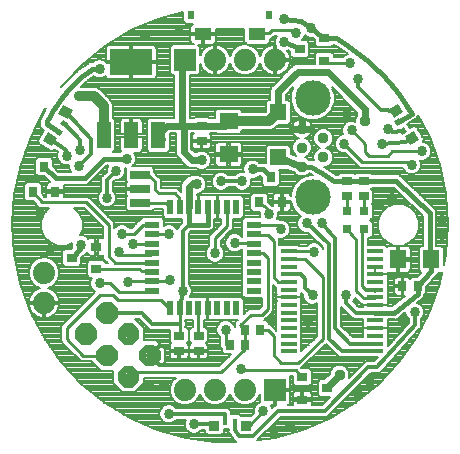
<source format=gtl>
G75*
G70*
%OFA0B0*%
%FSLAX24Y24*%
%IPPOS*%
%LPD*%
%AMOC8*
5,1,8,0,0,1.08239X$1,22.5*
%
%ADD10R,0.0276X0.0354*%
%ADD11R,0.0354X0.0276*%
%ADD12R,0.0669X0.0276*%
%ADD13R,0.0220X0.0500*%
%ADD14R,0.0500X0.0220*%
%ADD15C,0.0740*%
%ADD16R,0.0177X0.0197*%
%ADD17R,0.0335X0.0354*%
%ADD18R,0.0197X0.0177*%
%ADD19R,0.0354X0.0335*%
%ADD20R,0.0480X0.0880*%
%ADD21R,0.1417X0.0866*%
%ADD22R,0.0630X0.0551*%
%ADD23R,0.0354X0.0315*%
%ADD24R,0.0315X0.0354*%
%ADD25R,0.0551X0.0551*%
%ADD26C,0.0148*%
%ADD27R,0.0550X0.0137*%
%ADD28C,0.0376*%
%ADD29C,0.1181*%
%ADD30R,0.0315X0.0315*%
%ADD31R,0.0551X0.0630*%
%ADD32R,0.0571X0.0413*%
%ADD33R,0.0236X0.0315*%
%ADD34R,0.0740X0.0740*%
%ADD35C,0.0120*%
%ADD36C,0.0160*%
%ADD37C,0.0340*%
%ADD38C,0.0082*%
%ADD39C,0.0240*%
%ADD40C,0.0100*%
%ADD41C,0.0320*%
D10*
X027494Y024500D03*
X028006Y024500D03*
X027994Y025000D03*
X028506Y025000D03*
X033244Y026450D03*
X033756Y026450D03*
D11*
X031950Y029444D03*
X031950Y029956D03*
X031400Y029956D03*
X031400Y029444D03*
X026550Y031294D03*
X026550Y031806D03*
X026450Y024806D03*
X026450Y024294D03*
X025800Y024294D03*
X025800Y024806D03*
D12*
X024500Y029228D03*
X024500Y029700D03*
X024500Y030172D03*
D13*
X025498Y029090D03*
X025813Y029090D03*
X026128Y029090D03*
X026443Y029090D03*
X026757Y029090D03*
X027072Y029090D03*
X027387Y029090D03*
X027702Y029090D03*
X027702Y025710D03*
X027387Y025710D03*
X027072Y025710D03*
X026757Y025710D03*
X026443Y025710D03*
X026128Y025710D03*
X025813Y025710D03*
X025498Y025710D03*
D14*
X024910Y026298D03*
X024910Y026613D03*
X024910Y026928D03*
X024910Y027243D03*
X024910Y027557D03*
X024910Y027872D03*
X024910Y028187D03*
X024910Y028502D03*
X028290Y028502D03*
X028290Y028187D03*
X028290Y027872D03*
X028290Y027557D03*
X028290Y027243D03*
X028290Y026928D03*
X028290Y026613D03*
X028290Y026298D03*
D15*
X028000Y023000D03*
X027000Y023000D03*
X026000Y023000D03*
X021300Y025900D03*
X021300Y026900D03*
X027000Y034000D03*
X028000Y034000D03*
X029000Y034000D03*
D16*
X027669Y021938D03*
X027331Y021938D03*
D17*
X026972Y021800D03*
X028020Y021800D03*
D18*
G36*
X033393Y031607D02*
X033225Y031509D01*
X033137Y031661D01*
X033305Y031759D01*
X033393Y031607D01*
G37*
G36*
X033224Y031901D02*
X033056Y031803D01*
X032968Y031955D01*
X033136Y032053D01*
X033224Y031901D01*
G37*
G36*
X021914Y032003D02*
X022082Y031905D01*
X021994Y031753D01*
X021826Y031851D01*
X021914Y032003D01*
G37*
G36*
X021745Y031709D02*
X021913Y031611D01*
X021825Y031459D01*
X021657Y031557D01*
X021745Y031709D01*
G37*
D19*
G36*
X021421Y031583D02*
X021726Y031406D01*
X021559Y031117D01*
X021254Y031294D01*
X021421Y031583D01*
G37*
G36*
X021945Y032490D02*
X022250Y032313D01*
X022083Y032024D01*
X021778Y032201D01*
X021945Y032490D01*
G37*
G36*
X033276Y032244D02*
X032971Y032067D01*
X032804Y032356D01*
X033109Y032533D01*
X033276Y032244D01*
G37*
G36*
X033800Y031337D02*
X033495Y031160D01*
X033328Y031449D01*
X033633Y031626D01*
X033800Y031337D01*
G37*
D20*
X025110Y031480D03*
X024200Y031480D03*
X023290Y031480D03*
D21*
X024200Y033920D03*
D22*
X027450Y031951D03*
X027450Y030849D03*
D23*
X023044Y027774D03*
X023044Y027026D03*
X022217Y027400D03*
X029906Y023424D03*
X029906Y022676D03*
X030733Y023050D03*
X030644Y033976D03*
X030644Y034724D03*
X029817Y034350D03*
D24*
X028850Y030083D03*
X028476Y029256D03*
X029224Y029256D03*
X021674Y029606D03*
X020926Y029606D03*
X021300Y030433D03*
D25*
X029100Y030752D03*
X029100Y032248D03*
D26*
X023456Y025336D02*
X023530Y025262D01*
X023284Y025262D01*
X023112Y025434D01*
X023112Y025680D01*
X023284Y025852D01*
X023530Y025852D01*
X023702Y025680D01*
X023702Y025434D01*
X023530Y025262D01*
X023484Y025373D01*
X023330Y025373D01*
X023223Y025480D01*
X023223Y025634D01*
X023330Y025741D01*
X023484Y025741D01*
X023591Y025634D01*
X023591Y025480D01*
X023484Y025373D01*
X023438Y025484D01*
X023376Y025484D01*
X023334Y025526D01*
X023334Y025588D01*
X023376Y025630D01*
X023438Y025630D01*
X023480Y025588D01*
X023480Y025526D01*
X023438Y025484D01*
X024163Y024629D02*
X024237Y024555D01*
X023991Y024555D01*
X023819Y024727D01*
X023819Y024973D01*
X023991Y025145D01*
X024237Y025145D01*
X024409Y024973D01*
X024409Y024727D01*
X024237Y024555D01*
X024191Y024666D01*
X024037Y024666D01*
X023930Y024773D01*
X023930Y024927D01*
X024037Y025034D01*
X024191Y025034D01*
X024298Y024927D01*
X024298Y024773D01*
X024191Y024666D01*
X024145Y024777D01*
X024083Y024777D01*
X024041Y024819D01*
X024041Y024881D01*
X024083Y024923D01*
X024145Y024923D01*
X024187Y024881D01*
X024187Y024819D01*
X024145Y024777D01*
X024870Y023922D02*
X024944Y023848D01*
X024698Y023848D01*
X024526Y024020D01*
X024526Y024266D01*
X024698Y024438D01*
X024944Y024438D01*
X025116Y024266D01*
X025116Y024020D01*
X024944Y023848D01*
X024898Y023959D01*
X024744Y023959D01*
X024637Y024066D01*
X024637Y024220D01*
X024744Y024327D01*
X024898Y024327D01*
X025005Y024220D01*
X025005Y024066D01*
X024898Y023959D01*
X024852Y024070D01*
X024790Y024070D01*
X024748Y024112D01*
X024748Y024174D01*
X024790Y024216D01*
X024852Y024216D01*
X024894Y024174D01*
X024894Y024112D01*
X024852Y024070D01*
X024163Y023215D02*
X024237Y023141D01*
X023991Y023141D01*
X023819Y023313D01*
X023819Y023559D01*
X023991Y023731D01*
X024237Y023731D01*
X024409Y023559D01*
X024409Y023313D01*
X024237Y023141D01*
X024191Y023252D01*
X024037Y023252D01*
X023930Y023359D01*
X023930Y023513D01*
X024037Y023620D01*
X024191Y023620D01*
X024298Y023513D01*
X024298Y023359D01*
X024191Y023252D01*
X024145Y023363D01*
X024083Y023363D01*
X024041Y023405D01*
X024041Y023467D01*
X024083Y023509D01*
X024145Y023509D01*
X024187Y023467D01*
X024187Y023405D01*
X024145Y023363D01*
X023456Y023922D02*
X023530Y023848D01*
X023284Y023848D01*
X023112Y024020D01*
X023112Y024266D01*
X023284Y024438D01*
X023530Y024438D01*
X023702Y024266D01*
X023702Y024020D01*
X023530Y023848D01*
X023484Y023959D01*
X023330Y023959D01*
X023223Y024066D01*
X023223Y024220D01*
X023330Y024327D01*
X023484Y024327D01*
X023591Y024220D01*
X023591Y024066D01*
X023484Y023959D01*
X023438Y024070D01*
X023376Y024070D01*
X023334Y024112D01*
X023334Y024174D01*
X023376Y024216D01*
X023438Y024216D01*
X023480Y024174D01*
X023480Y024112D01*
X023438Y024070D01*
X022749Y024629D02*
X022823Y024555D01*
X022577Y024555D01*
X022405Y024727D01*
X022405Y024973D01*
X022577Y025145D01*
X022823Y025145D01*
X022995Y024973D01*
X022995Y024727D01*
X022823Y024555D01*
X022777Y024666D01*
X022623Y024666D01*
X022516Y024773D01*
X022516Y024927D01*
X022623Y025034D01*
X022777Y025034D01*
X022884Y024927D01*
X022884Y024773D01*
X022777Y024666D01*
X022731Y024777D01*
X022669Y024777D01*
X022627Y024819D01*
X022627Y024881D01*
X022669Y024923D01*
X022731Y024923D01*
X022773Y024881D01*
X022773Y024819D01*
X022731Y024777D01*
D27*
X029461Y024798D03*
X029461Y024543D03*
X029461Y024287D03*
X029461Y025054D03*
X029461Y025310D03*
X029461Y025566D03*
X029461Y025822D03*
X029461Y026078D03*
X029461Y026334D03*
X029461Y026590D03*
X029461Y026846D03*
X029461Y027102D03*
X029461Y027357D03*
X029461Y027613D03*
X032339Y027613D03*
X032339Y027357D03*
X032339Y027102D03*
X032339Y026846D03*
X032339Y026590D03*
X032339Y026334D03*
X032339Y026078D03*
X032339Y025822D03*
X032339Y025566D03*
X032339Y025310D03*
X032339Y025054D03*
X032339Y024798D03*
X032339Y024543D03*
X032339Y024287D03*
D28*
X031150Y023500D03*
X029896Y030440D03*
X030604Y030755D03*
X029896Y031070D03*
X029896Y031700D03*
X030604Y031385D03*
X032000Y031950D03*
D29*
X030250Y032724D03*
X030250Y029416D03*
D30*
X031400Y028945D03*
X031950Y028945D03*
X031950Y028355D03*
X031400Y028355D03*
D31*
X033099Y027350D03*
X034201Y027350D03*
D32*
X028396Y034856D03*
X026604Y034856D03*
D33*
X026201Y035494D03*
X028799Y035494D03*
D34*
X026000Y034000D03*
X029000Y023000D03*
D35*
X029100Y022300D02*
X030650Y022300D01*
X032100Y023750D01*
X032400Y023750D01*
X033650Y025150D01*
X033650Y025600D01*
X032339Y025566D02*
X032323Y025550D01*
X031700Y025550D01*
X031350Y025900D01*
X031350Y026150D01*
X032016Y026334D02*
X032339Y026334D01*
X031000Y025050D02*
X031000Y028050D01*
X030850Y028200D01*
X030550Y028550D01*
X030050Y028550D02*
X030800Y027850D01*
X030800Y024700D01*
X031213Y024287D01*
X032339Y024287D01*
X032339Y024543D02*
X031507Y024543D01*
X031000Y025050D01*
X030250Y026150D02*
X030000Y026400D01*
X030000Y026700D01*
X029854Y026846D01*
X029461Y026846D01*
X029465Y026850D01*
X025913Y026300D02*
X025813Y025710D01*
X025813Y025200D02*
X024900Y025200D01*
X024550Y025550D01*
X023414Y025550D01*
X023407Y025557D01*
X025913Y026300D02*
X025913Y028285D01*
X026128Y028500D01*
X027200Y029950D02*
X027900Y029950D01*
X023700Y030300D02*
X023400Y030000D01*
X023400Y029400D01*
X022450Y030450D02*
X022850Y030850D01*
X022850Y031371D01*
X022014Y032257D01*
X021954Y031878D02*
X022500Y031332D01*
X022500Y031000D01*
X022040Y031000D02*
X022050Y030800D01*
X022040Y031000D02*
X021490Y031350D01*
X029817Y034350D02*
X029800Y034400D01*
X031750Y033350D02*
X031750Y033100D01*
X032540Y032310D01*
X033040Y032300D01*
X032750Y031700D02*
X032881Y031600D01*
X033265Y031634D01*
X033564Y031393D02*
X033371Y031250D01*
X032550Y031200D01*
X029100Y022300D02*
X028250Y021450D01*
X027800Y021450D01*
X027650Y021650D01*
X027650Y021957D01*
X027669Y021938D01*
X027950Y021800D02*
X028020Y021800D01*
X027331Y021938D02*
X027331Y022200D01*
X025450Y022200D01*
X026300Y021850D02*
X026822Y021850D01*
X026972Y021800D01*
D36*
X032339Y025566D02*
X032966Y025566D01*
X033756Y026206D01*
X033756Y026450D01*
X034201Y026945D01*
X034201Y027350D01*
X034150Y027451D01*
X034150Y028900D01*
X033044Y029956D01*
X031950Y029956D01*
X031400Y029956D01*
X030956Y029950D01*
X030500Y030250D01*
X030210Y030440D01*
X029896Y030440D01*
X028850Y030083D02*
X028583Y030350D01*
X028250Y030350D01*
X031026Y034724D02*
X031306Y034553D01*
X031578Y034369D01*
X031841Y034173D01*
X032094Y033964D01*
X032337Y033743D01*
X032569Y033511D01*
X032790Y033268D01*
X032999Y033015D01*
X033195Y032752D01*
X033379Y032480D01*
X033550Y032200D01*
X033096Y031928D01*
X029800Y034400D02*
X029300Y034600D01*
X029300Y035350D02*
X029850Y035300D01*
X030200Y035050D01*
X030576Y034774D01*
X030644Y034724D01*
X031026Y034724D01*
X022900Y033700D02*
X022728Y033576D01*
X022562Y033445D01*
X022403Y033305D01*
X022250Y033158D01*
X022105Y033004D01*
X021967Y032843D01*
X021837Y032675D01*
X021715Y032502D01*
X021601Y032323D01*
X021496Y032139D01*
X021400Y031950D01*
X021385Y031865D01*
X021785Y031584D01*
X021300Y030433D02*
X021683Y030050D01*
X022650Y030050D01*
X023300Y030700D01*
X024050Y030700D01*
X026128Y029090D02*
X026128Y028500D01*
X026750Y028500D01*
X026750Y029090D01*
X026757Y029090D01*
X022539Y027839D02*
X022500Y027683D01*
X022217Y027400D01*
X022900Y033700D02*
X023150Y033700D01*
D37*
X023150Y033700D03*
X022450Y032800D03*
X022500Y031000D03*
X022050Y030800D03*
X022450Y030450D03*
X023700Y030300D03*
X024050Y030700D03*
X023400Y029400D03*
X023900Y028200D03*
X024250Y027850D03*
X023800Y027600D03*
X024100Y026600D03*
X023150Y026550D03*
X022539Y027839D03*
X021500Y027700D03*
X021150Y028900D03*
X025450Y028200D03*
X025500Y026650D03*
X025913Y026300D03*
X027000Y027550D03*
X027650Y027900D03*
X028800Y028850D03*
X029200Y028350D03*
X030050Y028550D03*
X030550Y028550D03*
X030300Y027600D03*
X030250Y026150D03*
X030100Y025250D03*
X028900Y025350D03*
X027350Y025000D03*
X027850Y023700D03*
X028600Y022300D03*
X028950Y021650D03*
X029500Y021800D03*
X031750Y022900D03*
X032150Y023250D03*
X033250Y025250D03*
X033650Y025600D03*
X034150Y026050D03*
X034550Y028150D03*
X034550Y028650D03*
X032900Y029400D03*
X032450Y029150D03*
X033550Y030500D03*
X033900Y030950D03*
X032550Y031200D03*
X032750Y031700D03*
X031550Y031650D03*
X031300Y031200D03*
X031400Y032150D03*
X031750Y033350D03*
X031500Y033900D03*
X030200Y035050D03*
X029700Y034900D03*
X029300Y034600D03*
X029300Y035350D03*
X025800Y034950D03*
X024650Y034800D03*
X026550Y030650D03*
X026400Y029850D03*
X027200Y029950D03*
X027900Y029950D03*
X028250Y030350D03*
X031350Y026150D03*
X026300Y021850D03*
X025450Y022200D03*
X025300Y023150D03*
X024800Y023150D03*
D38*
X025063Y021667D02*
X026019Y021398D01*
X027003Y021262D01*
X027692Y021262D01*
X027689Y021263D01*
X027648Y021318D01*
X027599Y021367D01*
X027599Y021383D01*
X027498Y021518D01*
X027449Y021567D01*
X027449Y021583D01*
X027439Y021596D01*
X027449Y021664D01*
X027449Y021698D01*
X027281Y021698D01*
X027281Y021564D01*
X027198Y021482D01*
X026747Y021482D01*
X026664Y021564D01*
X026664Y021649D01*
X026539Y021649D01*
X026476Y021586D01*
X026362Y021539D01*
X026238Y021539D01*
X026124Y021586D01*
X026036Y021674D01*
X025989Y021788D01*
X025989Y021912D01*
X026025Y021999D01*
X025689Y021999D01*
X025626Y021936D01*
X025512Y021889D01*
X025388Y021889D01*
X025274Y021936D01*
X025186Y022024D01*
X025139Y022138D01*
X025139Y022262D01*
X025186Y022376D01*
X025274Y022464D01*
X025388Y022511D01*
X025512Y022511D01*
X025626Y022464D01*
X025689Y022401D01*
X027414Y022401D01*
X027532Y022283D01*
X027532Y022177D01*
X027816Y022177D01*
X027875Y022118D01*
X028181Y022118D01*
X028289Y022239D01*
X028289Y022362D01*
X028336Y022476D01*
X028424Y022564D01*
X028494Y022593D01*
X028489Y022611D01*
X028489Y022845D01*
X028433Y022711D01*
X028289Y022567D01*
X028102Y022489D01*
X027898Y022489D01*
X027711Y022567D01*
X027567Y022711D01*
X027500Y022872D01*
X027433Y022711D01*
X027289Y022567D01*
X027102Y022489D01*
X026898Y022489D01*
X026711Y022567D01*
X026567Y022711D01*
X026500Y022872D01*
X026433Y022711D01*
X026289Y022567D01*
X026102Y022489D01*
X025898Y022489D01*
X025711Y022567D01*
X025567Y022711D01*
X025489Y022898D01*
X022914Y022898D01*
X022816Y022979D02*
X023849Y022979D01*
X023903Y022925D02*
X024326Y022925D01*
X024625Y023224D01*
X024625Y023401D01*
X025102Y023409D01*
X025686Y023409D01*
X025567Y023289D01*
X025489Y023102D01*
X025489Y022898D01*
X025489Y022979D02*
X024380Y022979D01*
X024460Y023059D02*
X025489Y023059D01*
X025505Y023140D02*
X024541Y023140D01*
X024621Y023220D02*
X025538Y023220D01*
X025578Y023301D02*
X024625Y023301D01*
X024625Y023381D02*
X025658Y023381D01*
X025522Y022818D02*
X023013Y022818D01*
X023111Y022737D02*
X025556Y022737D01*
X025621Y022657D02*
X023210Y022657D01*
X023304Y022580D02*
X022534Y023208D01*
X021857Y023936D01*
X021286Y024748D01*
X020831Y025631D01*
X020500Y026568D01*
X020301Y027542D01*
X020236Y028533D01*
X020308Y029524D01*
X020513Y030496D01*
X020850Y031430D01*
X021311Y032311D01*
X021363Y032384D01*
X021226Y032098D01*
X021199Y032079D01*
X021188Y032019D01*
X021161Y031963D01*
X021169Y031942D01*
X021151Y031917D01*
X021160Y031866D01*
X021151Y031815D01*
X021175Y031779D01*
X021183Y031737D01*
X021226Y031707D01*
X021255Y031664D01*
X021298Y031656D01*
X021299Y031655D01*
X021102Y031314D01*
X021132Y031201D01*
X021540Y030965D01*
X021653Y030995D01*
X021658Y031005D01*
X021769Y030934D01*
X021739Y030862D01*
X021739Y030738D01*
X021786Y030624D01*
X021874Y030536D01*
X021988Y030489D01*
X022112Y030489D01*
X022139Y030500D01*
X022139Y030388D01*
X022186Y030274D01*
X022189Y030271D01*
X021775Y030271D01*
X021598Y030447D01*
X021598Y030669D01*
X021516Y030751D01*
X021084Y030751D01*
X021002Y030669D01*
X021002Y030198D01*
X021084Y030115D01*
X021306Y030115D01*
X021462Y029958D01*
X021496Y029924D01*
X021462Y029915D01*
X021430Y029896D01*
X021404Y029870D01*
X021385Y029838D01*
X021376Y029802D01*
X021376Y029644D01*
X021636Y029644D01*
X021636Y029569D01*
X021376Y029569D01*
X021376Y029441D01*
X021310Y029441D01*
X021224Y029544D01*
X021224Y029842D01*
X021142Y029924D01*
X020710Y029924D01*
X020628Y029842D01*
X020628Y029371D01*
X020710Y029288D01*
X020941Y029288D01*
X021029Y029181D01*
X021029Y029171D01*
X021078Y029121D01*
X021123Y029067D01*
X021133Y029066D01*
X021141Y029059D01*
X021211Y029059D01*
X021280Y029052D01*
X021288Y029059D01*
X021472Y029059D01*
X021304Y028891D01*
X021199Y028637D01*
X021199Y028363D01*
X021304Y028109D01*
X021499Y027914D01*
X021753Y027809D01*
X022027Y027809D01*
X022228Y027892D01*
X022228Y027778D01*
X022244Y027740D01*
X022203Y027698D01*
X021981Y027698D01*
X021899Y027616D01*
X021899Y027184D01*
X021981Y027102D01*
X022452Y027102D01*
X022535Y027184D01*
X022535Y027406D01*
X022637Y027507D01*
X022692Y027540D01*
X022699Y027569D01*
X022716Y027576D01*
X022728Y027588D01*
X022735Y027562D01*
X022754Y027530D01*
X022780Y027504D01*
X022812Y027485D01*
X022848Y027476D01*
X023006Y027476D01*
X023006Y027736D01*
X023081Y027736D01*
X023081Y027476D01*
X023239Y027476D01*
X023259Y027481D01*
X023259Y027371D01*
X023413Y027217D01*
X023362Y027217D01*
X023362Y027242D01*
X023279Y027324D01*
X022808Y027324D01*
X022726Y027242D01*
X022726Y026810D01*
X022808Y026728D01*
X022888Y026728D01*
X022886Y026726D01*
X022839Y026612D01*
X022839Y026488D01*
X022886Y026374D01*
X022974Y026286D01*
X023004Y026274D01*
X022959Y026229D01*
X021859Y025129D01*
X021859Y024621D01*
X021971Y024509D01*
X022528Y023952D01*
X022896Y023952D01*
X022896Y023931D01*
X023195Y023632D01*
X023603Y023632D01*
X023603Y023224D01*
X023903Y022925D01*
X023768Y023059D02*
X022717Y023059D01*
X022618Y023140D02*
X023688Y023140D01*
X023607Y023220D02*
X022523Y023220D01*
X022448Y023301D02*
X023603Y023301D01*
X023603Y023381D02*
X022373Y023381D01*
X022298Y023462D02*
X023603Y023462D01*
X023603Y023542D02*
X022223Y023542D01*
X022148Y023623D02*
X023603Y023623D01*
X023124Y023703D02*
X022073Y023703D01*
X021999Y023784D02*
X023044Y023784D01*
X022963Y023864D02*
X021924Y023864D01*
X021851Y023945D02*
X022896Y023945D01*
X022455Y024025D02*
X021794Y024025D01*
X021738Y024106D02*
X022374Y024106D01*
X022294Y024186D02*
X021681Y024186D01*
X021624Y024267D02*
X022213Y024267D01*
X022133Y024347D02*
X021568Y024347D01*
X021511Y024428D02*
X022052Y024428D01*
X021972Y024508D02*
X021455Y024508D01*
X021398Y024589D02*
X021891Y024589D01*
X021859Y024669D02*
X021341Y024669D01*
X021285Y024750D02*
X021859Y024750D01*
X021859Y024830D02*
X021244Y024830D01*
X021202Y024911D02*
X021859Y024911D01*
X021859Y024991D02*
X021161Y024991D01*
X021119Y025072D02*
X021859Y025072D01*
X021882Y025152D02*
X021078Y025152D01*
X021036Y025233D02*
X021962Y025233D01*
X022043Y025313D02*
X020995Y025313D01*
X020953Y025394D02*
X021231Y025394D01*
X021259Y025394D02*
X021341Y025394D01*
X021341Y025389D02*
X021420Y025402D01*
X021496Y025426D01*
X021568Y025463D01*
X021633Y025510D01*
X021690Y025567D01*
X021737Y025632D01*
X021774Y025704D01*
X021798Y025780D01*
X021811Y025859D01*
X021341Y025859D01*
X021341Y025941D01*
X021811Y025941D01*
X021798Y026020D01*
X021774Y026096D01*
X021737Y026168D01*
X021690Y026233D01*
X021633Y026290D01*
X021568Y026337D01*
X021496Y026374D01*
X021422Y026398D01*
X021589Y026467D01*
X021733Y026611D01*
X021811Y026798D01*
X021811Y027002D01*
X021733Y027189D01*
X021589Y027333D01*
X021402Y027411D01*
X021198Y027411D01*
X021011Y027333D01*
X020867Y027189D01*
X020789Y027002D01*
X020789Y026798D01*
X020867Y026611D01*
X021011Y026467D01*
X021178Y026398D01*
X021104Y026374D01*
X021032Y026337D01*
X020967Y026290D01*
X020910Y026233D01*
X020863Y026168D01*
X020826Y026096D01*
X020802Y026020D01*
X020789Y025941D01*
X021259Y025941D01*
X021259Y025859D01*
X020789Y025859D01*
X020802Y025780D01*
X020826Y025704D01*
X020863Y025632D01*
X020910Y025567D01*
X020967Y025510D01*
X021032Y025463D01*
X021104Y025426D01*
X021180Y025402D01*
X021259Y025389D01*
X021259Y025859D01*
X021341Y025859D01*
X021341Y025389D01*
X021369Y025394D02*
X022123Y025394D01*
X022204Y025474D02*
X021583Y025474D01*
X021677Y025555D02*
X022284Y025555D01*
X022365Y025635D02*
X021739Y025635D01*
X021777Y025716D02*
X022445Y025716D01*
X022526Y025796D02*
X021801Y025796D01*
X021808Y025957D02*
X022687Y025957D01*
X022767Y026038D02*
X021793Y026038D01*
X021762Y026118D02*
X022848Y026118D01*
X022928Y026199D02*
X021715Y026199D01*
X021644Y026279D02*
X022991Y026279D01*
X022901Y026360D02*
X021524Y026360D01*
X021525Y026440D02*
X022859Y026440D01*
X022839Y026521D02*
X021643Y026521D01*
X021724Y026601D02*
X022839Y026601D01*
X022868Y026682D02*
X021763Y026682D01*
X021796Y026762D02*
X022774Y026762D01*
X022726Y026843D02*
X021811Y026843D01*
X021811Y026923D02*
X022726Y026923D01*
X022726Y027004D02*
X021810Y027004D01*
X021777Y027084D02*
X022726Y027084D01*
X022726Y027165D02*
X022516Y027165D01*
X022535Y027245D02*
X022729Y027245D01*
X022535Y027326D02*
X023304Y027326D01*
X023259Y027406D02*
X022536Y027406D01*
X022616Y027487D02*
X022810Y027487D01*
X022734Y027567D02*
X022699Y027567D01*
X023006Y027567D02*
X023081Y027567D01*
X023081Y027487D02*
X023006Y027487D01*
X023006Y027648D02*
X023081Y027648D01*
X023081Y027728D02*
X023006Y027728D01*
X023006Y027812D02*
X023006Y028072D01*
X022848Y028072D01*
X022812Y028063D01*
X022780Y028044D01*
X022777Y028041D01*
X022716Y028103D01*
X022601Y028150D01*
X022493Y028150D01*
X022581Y028363D01*
X022581Y028637D01*
X022476Y028891D01*
X022308Y029059D01*
X022621Y029059D01*
X023259Y028421D01*
X023259Y028067D01*
X023239Y028072D01*
X023081Y028072D01*
X023081Y027812D01*
X023006Y027812D01*
X023006Y027889D02*
X023081Y027889D01*
X023081Y027970D02*
X023006Y027970D01*
X023006Y028050D02*
X023081Y028050D01*
X023259Y028131D02*
X022649Y028131D01*
X022768Y028050D02*
X022790Y028050D01*
X022518Y028211D02*
X023259Y028211D01*
X023259Y028292D02*
X022552Y028292D01*
X022581Y028372D02*
X023259Y028372D01*
X023227Y028453D02*
X022581Y028453D01*
X022581Y028533D02*
X023147Y028533D01*
X023066Y028614D02*
X022581Y028614D01*
X022558Y028694D02*
X022986Y028694D01*
X022905Y028775D02*
X022524Y028775D01*
X022491Y028855D02*
X022825Y028855D01*
X022744Y028936D02*
X022432Y028936D01*
X022351Y029016D02*
X022664Y029016D01*
X022963Y029258D02*
X023122Y029258D01*
X023136Y029224D02*
X023224Y029136D01*
X023338Y029089D01*
X023462Y029089D01*
X023576Y029136D01*
X023664Y029224D01*
X023711Y029338D01*
X024024Y029338D01*
X024024Y029258D02*
X023678Y029258D01*
X023711Y029338D02*
X023711Y029462D01*
X023664Y029576D01*
X023601Y029639D01*
X023601Y029917D01*
X023673Y029989D01*
X023762Y029989D01*
X023876Y030036D01*
X023964Y030124D01*
X024011Y030238D01*
X024011Y030362D01*
X024000Y030389D01*
X024045Y030389D01*
X024024Y030369D01*
X024024Y029976D01*
X024064Y029936D01*
X024053Y029924D01*
X024034Y029892D01*
X024024Y029856D01*
X024024Y029728D01*
X024472Y029728D01*
X024472Y029672D01*
X024024Y029672D01*
X024024Y029544D01*
X024034Y029508D01*
X024053Y029476D01*
X024064Y029464D01*
X024024Y029424D01*
X024024Y029031D01*
X024107Y028949D01*
X024893Y028949D01*
X024976Y029031D01*
X024976Y029037D01*
X025247Y029037D01*
X025247Y028782D01*
X025329Y028699D01*
X025907Y028699D01*
X025907Y028563D01*
X025715Y028372D01*
X025715Y028372D01*
X025714Y028376D01*
X025626Y028464D01*
X025512Y028511D01*
X025388Y028511D01*
X025301Y028475D01*
X025301Y028671D01*
X025218Y028753D01*
X024602Y028753D01*
X024542Y028693D01*
X024519Y028693D01*
X024518Y028693D01*
X024517Y028693D01*
X024462Y028637D01*
X024407Y028581D01*
X024220Y028391D01*
X024149Y028391D01*
X024076Y028464D01*
X023962Y028511D01*
X023838Y028511D01*
X023724Y028464D01*
X023641Y028381D01*
X023641Y028579D01*
X022891Y029329D01*
X022891Y029329D01*
X022779Y029441D01*
X021972Y029441D01*
X021972Y029569D01*
X021712Y029569D01*
X021712Y029644D01*
X021972Y029644D01*
X021972Y029802D01*
X021965Y029829D01*
X022742Y029829D01*
X023392Y030479D01*
X023439Y030479D01*
X023436Y030476D01*
X023389Y030362D01*
X023389Y030273D01*
X023199Y030083D01*
X023199Y029639D01*
X023136Y029576D01*
X023089Y029462D01*
X023089Y029338D01*
X022882Y029338D01*
X022802Y029419D02*
X023089Y029419D01*
X023089Y029338D02*
X023136Y029224D01*
X023183Y029177D02*
X023043Y029177D01*
X023124Y029097D02*
X023320Y029097D01*
X023204Y029016D02*
X024040Y029016D01*
X024024Y029097D02*
X023480Y029097D01*
X023617Y029177D02*
X024024Y029177D01*
X024024Y029419D02*
X023711Y029419D01*
X023696Y029499D02*
X024039Y029499D01*
X024024Y029580D02*
X023660Y029580D01*
X023601Y029660D02*
X024024Y029660D01*
X024024Y029741D02*
X023601Y029741D01*
X023601Y029821D02*
X024024Y029821D01*
X024039Y029902D02*
X023601Y029902D01*
X023666Y029982D02*
X024024Y029982D01*
X024024Y030063D02*
X023902Y030063D01*
X023972Y030143D02*
X024024Y030143D01*
X024024Y030224D02*
X024005Y030224D01*
X024011Y030304D02*
X024024Y030304D01*
X024040Y030385D02*
X024002Y030385D01*
X024241Y030451D02*
X024314Y030524D01*
X024361Y030638D01*
X024361Y030762D01*
X024314Y030876D01*
X024291Y030899D01*
X024459Y030899D01*
X024494Y030909D01*
X024527Y030927D01*
X024553Y030953D01*
X024571Y030986D01*
X024581Y031021D01*
X024581Y031439D01*
X024241Y031439D01*
X024241Y031521D01*
X024159Y031521D01*
X024159Y032061D01*
X023941Y032061D01*
X023906Y032051D01*
X023873Y032033D01*
X023847Y032007D01*
X023829Y031974D01*
X023819Y031939D01*
X023819Y031521D01*
X024159Y031521D01*
X024159Y031439D01*
X023819Y031439D01*
X023819Y031021D01*
X023829Y030986D01*
X023847Y030953D01*
X023855Y030945D01*
X023831Y030921D01*
X023610Y030921D01*
X023671Y030982D01*
X023671Y031978D01*
X023591Y032058D01*
X023591Y032520D01*
X023545Y032631D01*
X023461Y032715D01*
X023121Y033055D01*
X023010Y033101D01*
X022536Y033101D01*
X022532Y033103D01*
X022730Y033296D01*
X022949Y033461D01*
X022974Y033436D01*
X023088Y033389D01*
X023212Y033389D01*
X023326Y033436D01*
X023352Y033462D01*
X023360Y033433D01*
X023379Y033400D01*
X023405Y033374D01*
X023437Y033356D01*
X023473Y033346D01*
X024159Y033346D01*
X024159Y033879D01*
X024241Y033879D01*
X024241Y033346D01*
X024927Y033346D01*
X024963Y033356D01*
X024995Y033374D01*
X025021Y033400D01*
X025040Y033433D01*
X025050Y033468D01*
X025050Y033879D01*
X024241Y033879D01*
X024241Y033961D01*
X025050Y033961D01*
X025050Y034372D01*
X025040Y034408D01*
X025021Y034440D01*
X024995Y034466D01*
X024963Y034485D01*
X024927Y034494D01*
X024241Y034494D01*
X024241Y033961D01*
X024159Y033961D01*
X024159Y033879D01*
X023411Y033879D01*
X023326Y033964D01*
X023212Y034011D01*
X023088Y034011D01*
X022974Y033964D01*
X022931Y033921D01*
X022921Y033921D01*
X022851Y033934D01*
X022832Y033921D01*
X022808Y033921D01*
X022758Y033871D01*
X022438Y033651D01*
X021870Y033096D01*
X021887Y033120D01*
X022569Y033842D01*
X023343Y034465D01*
X024194Y034977D01*
X025108Y035367D01*
X025942Y035596D01*
X025942Y035278D01*
X026024Y035196D01*
X026269Y035196D01*
X026264Y035194D01*
X026232Y035176D01*
X026206Y035150D01*
X026188Y035117D01*
X026178Y035082D01*
X026178Y034897D01*
X026563Y034897D01*
X026563Y034815D01*
X026178Y034815D01*
X026178Y034631D01*
X026188Y034595D01*
X026206Y034563D01*
X026232Y034537D01*
X026264Y034518D01*
X026291Y034511D01*
X025572Y034511D01*
X025489Y034428D01*
X025489Y033572D01*
X025572Y033489D01*
X025639Y033489D01*
X025639Y032067D01*
X025424Y032067D01*
X025413Y032070D01*
X025373Y032067D01*
X025332Y032067D01*
X025321Y032062D01*
X025310Y032061D01*
X025309Y032061D01*
X024812Y032061D01*
X024729Y031978D01*
X024729Y030982D01*
X024812Y030899D01*
X025408Y030899D01*
X025491Y030982D01*
X025491Y031274D01*
X025501Y031298D01*
X025501Y031402D01*
X025491Y031426D01*
X025491Y031528D01*
X025506Y031545D01*
X025689Y031545D01*
X025689Y030873D01*
X025729Y030777D01*
X026077Y030429D01*
X026173Y030389D01*
X026371Y030389D01*
X026374Y030386D01*
X026488Y030339D01*
X026612Y030339D01*
X026726Y030386D01*
X026814Y030474D01*
X026861Y030588D01*
X026861Y030712D01*
X026814Y030826D01*
X026726Y030914D01*
X026612Y030961D01*
X026488Y030961D01*
X026374Y030914D01*
X026371Y030911D01*
X026333Y030911D01*
X026211Y031033D01*
X026211Y031545D01*
X026287Y031545D01*
X026286Y031545D01*
X026260Y031518D01*
X026241Y031486D01*
X026232Y031450D01*
X026232Y031322D01*
X026522Y031322D01*
X026522Y031266D01*
X026578Y031266D01*
X026578Y031015D01*
X026746Y031015D01*
X026782Y031025D01*
X026814Y031043D01*
X026840Y031070D01*
X026859Y031102D01*
X026868Y031138D01*
X026868Y031266D01*
X026578Y031266D01*
X026578Y031322D01*
X026868Y031322D01*
X026868Y031450D01*
X026859Y031486D01*
X026840Y031518D01*
X026814Y031545D01*
X026813Y031545D01*
X027066Y031545D01*
X027077Y031535D01*
X027823Y031535D01*
X027906Y031617D01*
X027906Y031650D01*
X028863Y031650D01*
X028974Y031696D01*
X029058Y031781D01*
X029109Y031831D01*
X029434Y031831D01*
X029517Y031914D01*
X029517Y032582D01*
X029434Y032665D01*
X029361Y032665D01*
X029361Y032842D01*
X029611Y033091D01*
X029518Y032869D01*
X029518Y032578D01*
X029630Y032309D01*
X029836Y032103D01*
X030104Y031992D01*
X030396Y031992D01*
X030664Y032103D01*
X030870Y032309D01*
X030982Y032578D01*
X030982Y032869D01*
X030889Y033091D01*
X031739Y032242D01*
X031739Y032154D01*
X031721Y032136D01*
X031671Y032015D01*
X031671Y031937D01*
X031612Y031961D01*
X031488Y031961D01*
X031374Y031914D01*
X031286Y031826D01*
X031239Y031712D01*
X031239Y031588D01*
X031271Y031511D01*
X031238Y031511D01*
X031124Y031464D01*
X031036Y031376D01*
X030989Y031262D01*
X030989Y031138D01*
X031036Y031024D01*
X031124Y030936D01*
X031238Y030889D01*
X031341Y030889D01*
X031709Y030521D01*
X031821Y030409D01*
X033251Y030409D01*
X033286Y030324D01*
X033374Y030236D01*
X033488Y030189D01*
X033612Y030189D01*
X033726Y030236D01*
X033814Y030324D01*
X033861Y030438D01*
X033861Y030562D01*
X033827Y030644D01*
X033838Y030639D01*
X033962Y030639D01*
X034076Y030686D01*
X034164Y030774D01*
X034211Y030888D01*
X034211Y031012D01*
X034164Y031126D01*
X034076Y031214D01*
X033962Y031261D01*
X033927Y031261D01*
X033952Y031357D01*
X033726Y031748D01*
X033614Y031778D01*
X033498Y031711D01*
X033412Y031859D01*
X033662Y032010D01*
X033740Y032054D01*
X033740Y032056D01*
X033742Y032058D01*
X033764Y032145D01*
X033768Y032160D01*
X034150Y031430D01*
X034487Y030496D01*
X034692Y029524D01*
X034764Y028533D01*
X034699Y027542D01*
X034618Y027146D01*
X034618Y027723D01*
X034535Y027806D01*
X034371Y027806D01*
X034371Y028811D01*
X034373Y028814D01*
X034371Y028903D01*
X034371Y028992D01*
X034369Y028994D01*
X034369Y028997D01*
X034304Y029058D01*
X034242Y029121D01*
X034239Y029121D01*
X033199Y030114D01*
X033136Y030177D01*
X033133Y030177D01*
X033131Y030179D01*
X033042Y030177D01*
X032243Y030177D01*
X032186Y030235D01*
X031714Y030235D01*
X031675Y030195D01*
X031636Y030235D01*
X031164Y030235D01*
X031103Y030173D01*
X031021Y030172D01*
X030698Y030384D01*
X030698Y030385D01*
X030635Y030426D01*
X030670Y030426D01*
X030791Y030476D01*
X030883Y030569D01*
X030933Y030690D01*
X030933Y030821D01*
X030883Y030941D01*
X030791Y031034D01*
X030704Y031070D01*
X030791Y031106D01*
X030883Y031199D01*
X030933Y031319D01*
X030933Y031450D01*
X030883Y031571D01*
X030791Y031664D01*
X030670Y031714D01*
X030539Y031714D01*
X030418Y031664D01*
X030325Y031571D01*
X030275Y031450D01*
X030275Y031319D01*
X030325Y031199D01*
X030418Y031106D01*
X030505Y031070D01*
X030418Y031034D01*
X030325Y030941D01*
X030275Y030821D01*
X030275Y030690D01*
X030287Y030661D01*
X030276Y030661D01*
X030254Y030675D01*
X030187Y030661D01*
X030140Y030661D01*
X030082Y030719D01*
X029995Y030755D01*
X030082Y030791D01*
X030175Y030884D01*
X030225Y031005D01*
X030225Y031135D01*
X030175Y031256D01*
X030082Y031349D01*
X029995Y031385D01*
X030052Y031408D01*
X030105Y031444D01*
X030151Y031490D01*
X030187Y031544D01*
X030212Y031604D01*
X030225Y031668D01*
X030225Y031682D01*
X029914Y031682D01*
X029914Y031718D01*
X030225Y031718D01*
X030225Y031732D01*
X030212Y031796D01*
X030187Y031856D01*
X030151Y031910D01*
X030105Y031956D01*
X030052Y031992D01*
X029992Y032016D01*
X029928Y032029D01*
X029914Y032029D01*
X029914Y031718D01*
X029878Y031718D01*
X029878Y032029D01*
X029863Y032029D01*
X029800Y032016D01*
X029740Y031992D01*
X029686Y031956D01*
X029640Y031910D01*
X029604Y031856D01*
X029579Y031796D01*
X029567Y031732D01*
X029567Y031718D01*
X029878Y031718D01*
X029878Y031682D01*
X029567Y031682D01*
X029567Y031668D01*
X029579Y031604D01*
X029604Y031544D01*
X029640Y031490D01*
X029686Y031444D01*
X029740Y031408D01*
X029796Y031385D01*
X029709Y031349D01*
X029617Y031256D01*
X029567Y031135D01*
X029567Y031005D01*
X029617Y030884D01*
X029705Y030795D01*
X029517Y030869D01*
X029517Y031086D01*
X029434Y031169D01*
X028766Y031169D01*
X028683Y031086D01*
X028683Y030562D01*
X028675Y030571D01*
X028469Y030571D01*
X028426Y030614D01*
X028312Y030661D01*
X028188Y030661D01*
X028074Y030614D01*
X027986Y030526D01*
X027939Y030412D01*
X027939Y030288D01*
X027950Y030261D01*
X027838Y030261D01*
X027724Y030214D01*
X027661Y030151D01*
X027439Y030151D01*
X027376Y030214D01*
X027262Y030261D01*
X027138Y030261D01*
X027024Y030214D01*
X026936Y030126D01*
X026889Y030012D01*
X026889Y029888D01*
X026936Y029774D01*
X027024Y029686D01*
X027138Y029639D01*
X027262Y029639D01*
X027376Y029686D01*
X027439Y029749D01*
X027661Y029749D01*
X027724Y029686D01*
X027838Y029639D01*
X027962Y029639D01*
X028076Y029686D01*
X028164Y029774D01*
X028211Y029888D01*
X028211Y030012D01*
X028200Y030039D01*
X028312Y030039D01*
X028426Y030086D01*
X028469Y030129D01*
X028492Y030129D01*
X028552Y030069D01*
X028552Y029848D01*
X028634Y029765D01*
X029066Y029765D01*
X029148Y029848D01*
X029148Y030319D01*
X029132Y030335D01*
X029434Y030335D01*
X029438Y030339D01*
X029609Y030272D01*
X029617Y030254D01*
X029709Y030161D01*
X029830Y030111D01*
X029961Y030111D01*
X030082Y030161D01*
X030140Y030219D01*
X030144Y030219D01*
X030252Y030148D01*
X030104Y030148D01*
X029836Y030037D01*
X029630Y029831D01*
X029518Y029562D01*
X029518Y029467D01*
X029513Y029488D01*
X029494Y029520D01*
X029468Y029546D01*
X029436Y029565D01*
X029400Y029574D01*
X029262Y029574D01*
X029262Y029294D01*
X029518Y029294D01*
X029518Y029271D01*
X029630Y029002D01*
X029836Y028796D01*
X029850Y028790D01*
X029786Y028726D01*
X029739Y028612D01*
X029739Y028488D01*
X029786Y028374D01*
X029874Y028286D01*
X029988Y028239D01*
X030089Y028239D01*
X030599Y027763D01*
X030599Y027691D01*
X030564Y027776D01*
X030476Y027864D01*
X030362Y027911D01*
X030238Y027911D01*
X030124Y027864D01*
X030065Y027804D01*
X029813Y027804D01*
X029794Y027823D01*
X029141Y027823D01*
X029141Y028029D01*
X029126Y028044D01*
X029138Y028039D01*
X029262Y028039D01*
X029376Y028086D01*
X029464Y028174D01*
X029511Y028288D01*
X029511Y028412D01*
X029464Y028526D01*
X029376Y028614D01*
X029262Y028661D01*
X029165Y028661D01*
X029134Y028692D01*
X029133Y028692D01*
X029131Y028693D01*
X029072Y028693D01*
X029111Y028788D01*
X029111Y028912D01*
X029100Y028938D01*
X029186Y028938D01*
X029186Y029219D01*
X028926Y029219D01*
X028926Y029135D01*
X028912Y029140D01*
X028879Y029173D01*
X028870Y029173D01*
X028774Y029254D01*
X028774Y029492D01*
X028692Y029574D01*
X028260Y029574D01*
X028178Y029492D01*
X028178Y029021D01*
X028260Y028938D01*
X028500Y028938D01*
X028489Y028912D01*
X028489Y028788D01*
X028503Y028753D01*
X027982Y028753D01*
X027899Y028671D01*
X027899Y028091D01*
X027899Y028091D01*
X027826Y028164D01*
X027712Y028211D01*
X027588Y028211D01*
X027474Y028164D01*
X027386Y028076D01*
X027339Y027962D01*
X027339Y027838D01*
X027386Y027724D01*
X027474Y027636D01*
X027588Y027589D01*
X027712Y027589D01*
X027826Y027636D01*
X027899Y027709D01*
X027899Y026129D01*
X027982Y026047D01*
X028559Y026047D01*
X028559Y025779D01*
X028471Y025691D01*
X028121Y025691D01*
X028009Y025579D01*
X027953Y025523D01*
X027953Y026018D01*
X027871Y026101D01*
X026904Y026101D01*
X026900Y026097D01*
X026886Y026101D01*
X026771Y026101D01*
X026771Y025724D01*
X026743Y025724D01*
X026743Y026101D01*
X026629Y026101D01*
X026615Y026097D01*
X026611Y026101D01*
X026153Y026101D01*
X026176Y026124D01*
X026224Y026238D01*
X026224Y026362D01*
X026176Y026476D01*
X026114Y026539D01*
X026114Y028202D01*
X026191Y028279D01*
X026842Y028279D01*
X026971Y028408D01*
X026971Y028699D01*
X027058Y028699D01*
X027058Y029076D01*
X027086Y029076D01*
X027086Y028699D01*
X027201Y028699D01*
X027209Y028701D01*
X027209Y028529D01*
X026809Y028129D01*
X026809Y027799D01*
X026736Y027726D01*
X026689Y027612D01*
X026689Y027488D01*
X026736Y027374D01*
X026824Y027286D01*
X026938Y027239D01*
X027062Y027239D01*
X027176Y027286D01*
X027264Y027374D01*
X027311Y027488D01*
X027311Y027612D01*
X027264Y027726D01*
X027191Y027799D01*
X027191Y027971D01*
X027479Y028259D01*
X027591Y028371D01*
X027591Y028699D01*
X027871Y028699D01*
X027953Y028782D01*
X027953Y029398D01*
X027871Y029481D01*
X027219Y029481D01*
X027215Y029477D01*
X027201Y029481D01*
X027086Y029481D01*
X027086Y029104D01*
X027058Y029104D01*
X027058Y029481D01*
X026944Y029481D01*
X026930Y029477D01*
X026926Y029481D01*
X026589Y029481D01*
X026585Y029477D01*
X026571Y029481D01*
X026457Y029481D01*
X026457Y029104D01*
X026429Y029104D01*
X026429Y029481D01*
X026389Y029481D01*
X026389Y029539D01*
X026462Y029539D01*
X026576Y029586D01*
X026664Y029674D01*
X026711Y029788D01*
X026711Y029912D01*
X026664Y030026D01*
X026576Y030114D01*
X026462Y030161D01*
X026338Y030161D01*
X026321Y030154D01*
X026304Y030161D01*
X026296Y030161D01*
X026287Y030164D01*
X026244Y030161D01*
X026201Y030161D01*
X026192Y030158D01*
X026184Y030157D01*
X026145Y030138D01*
X026105Y030121D01*
X026098Y030115D01*
X026090Y030111D01*
X026062Y030078D01*
X025906Y029923D01*
X025867Y029827D01*
X025867Y029604D01*
X025729Y029741D01*
X025204Y029741D01*
X025191Y029754D01*
X025191Y030029D01*
X025079Y030141D01*
X024976Y030244D01*
X024976Y030369D01*
X024893Y030451D01*
X024241Y030451D01*
X024255Y030465D02*
X026041Y030465D01*
X025960Y030546D02*
X024323Y030546D01*
X024356Y030626D02*
X025880Y030626D01*
X025799Y030707D02*
X024361Y030707D01*
X024351Y030787D02*
X025725Y030787D01*
X025691Y030868D02*
X024317Y030868D01*
X024548Y030948D02*
X024762Y030948D01*
X024729Y031029D02*
X024581Y031029D01*
X024581Y031109D02*
X024729Y031109D01*
X024729Y031190D02*
X024581Y031190D01*
X024581Y031270D02*
X024729Y031270D01*
X024729Y031351D02*
X024581Y031351D01*
X024581Y031431D02*
X024729Y031431D01*
X024729Y031512D02*
X024241Y031512D01*
X024241Y031521D02*
X024581Y031521D01*
X024581Y031939D01*
X024571Y031974D01*
X024553Y032007D01*
X024527Y032033D01*
X024494Y032051D01*
X024459Y032061D01*
X024241Y032061D01*
X024241Y031521D01*
X024241Y031592D02*
X024159Y031592D01*
X024159Y031512D02*
X023671Y031512D01*
X023671Y031592D02*
X023819Y031592D01*
X023819Y031673D02*
X023671Y031673D01*
X023671Y031753D02*
X023819Y031753D01*
X023819Y031834D02*
X023671Y031834D01*
X023671Y031914D02*
X023819Y031914D01*
X023840Y031995D02*
X023655Y031995D01*
X023591Y032075D02*
X025639Y032075D01*
X025639Y032156D02*
X023591Y032156D01*
X023591Y032236D02*
X025639Y032236D01*
X025639Y032317D02*
X023591Y032317D01*
X023591Y032397D02*
X025639Y032397D01*
X025639Y032478D02*
X023591Y032478D01*
X023575Y032558D02*
X025639Y032558D01*
X025639Y032639D02*
X023537Y032639D01*
X023457Y032719D02*
X025639Y032719D01*
X025639Y032800D02*
X023376Y032800D01*
X023296Y032880D02*
X025639Y032880D01*
X025639Y032961D02*
X023215Y032961D01*
X023135Y033041D02*
X025639Y033041D01*
X025639Y033122D02*
X022552Y033122D01*
X022634Y033202D02*
X025639Y033202D01*
X025639Y033283D02*
X022716Y033283D01*
X022730Y033296D02*
X022730Y033296D01*
X022819Y033363D02*
X023424Y033363D01*
X023357Y033444D02*
X023333Y033444D01*
X022967Y033444D02*
X022926Y033444D01*
X022722Y033846D02*
X022574Y033846D01*
X022605Y033766D02*
X022497Y033766D01*
X022487Y033685D02*
X022421Y033685D01*
X022390Y033605D02*
X022345Y033605D01*
X022308Y033524D02*
X022269Y033524D01*
X022226Y033444D02*
X022193Y033444D01*
X022143Y033363D02*
X022117Y033363D01*
X022061Y033283D02*
X022041Y033283D01*
X021979Y033202D02*
X021965Y033202D01*
X021897Y033122D02*
X021889Y033122D01*
X022674Y033927D02*
X022840Y033927D01*
X022890Y033927D02*
X022937Y033927D01*
X023079Y034007D02*
X022774Y034007D01*
X022874Y034088D02*
X023350Y034088D01*
X023350Y034168D02*
X022974Y034168D01*
X023074Y034249D02*
X023350Y034249D01*
X023350Y034329D02*
X023174Y034329D01*
X023274Y034410D02*
X023361Y034410D01*
X023360Y034408D02*
X023350Y034372D01*
X023350Y033961D01*
X024159Y033961D01*
X024159Y034494D01*
X023473Y034494D01*
X023437Y034485D01*
X023405Y034466D01*
X023379Y034440D01*
X023360Y034408D01*
X023384Y034490D02*
X023458Y034490D01*
X023518Y034571D02*
X026202Y034571D01*
X026178Y034651D02*
X023652Y034651D01*
X023786Y034732D02*
X026178Y034732D01*
X026178Y034812D02*
X023920Y034812D01*
X024054Y034893D02*
X026563Y034893D01*
X026563Y034815D02*
X026645Y034815D01*
X026645Y034509D01*
X026908Y034509D01*
X026944Y034518D01*
X026976Y034537D01*
X027003Y034563D01*
X027021Y034595D01*
X027031Y034631D01*
X027031Y034815D01*
X026645Y034815D01*
X026645Y034897D01*
X027031Y034897D01*
X027031Y035035D01*
X027969Y035035D01*
X027969Y034591D01*
X028049Y034511D01*
X027898Y034511D01*
X027711Y034433D01*
X027567Y034289D01*
X027498Y034122D01*
X027474Y034196D01*
X027437Y034268D01*
X027390Y034333D01*
X027333Y034390D01*
X027268Y034437D01*
X027196Y034474D01*
X027120Y034498D01*
X027041Y034511D01*
X027041Y034041D01*
X026959Y034041D01*
X026959Y034511D01*
X026880Y034498D01*
X026804Y034474D01*
X026732Y034437D01*
X026667Y034390D01*
X026610Y034333D01*
X026563Y034268D01*
X026526Y034196D01*
X026511Y034149D01*
X026511Y034428D01*
X026431Y034509D01*
X026563Y034509D01*
X026563Y034815D01*
X026563Y034812D02*
X026645Y034812D01*
X026645Y034732D02*
X026563Y034732D01*
X026563Y034651D02*
X026645Y034651D01*
X026645Y034571D02*
X026563Y034571D01*
X026449Y034490D02*
X026855Y034490D01*
X026959Y034490D02*
X027041Y034490D01*
X027041Y034410D02*
X026959Y034410D01*
X026959Y034329D02*
X027041Y034329D01*
X027041Y034249D02*
X026959Y034249D01*
X026959Y034168D02*
X027041Y034168D01*
X027041Y034088D02*
X026959Y034088D01*
X026959Y033959D02*
X027041Y033959D01*
X027041Y033489D01*
X027120Y033502D01*
X027196Y033526D01*
X027268Y033563D01*
X027333Y033610D01*
X027390Y033667D01*
X027437Y033732D01*
X027474Y033804D01*
X027498Y033878D01*
X027567Y033711D01*
X027711Y033567D01*
X027898Y033489D01*
X028102Y033489D01*
X028289Y033567D01*
X028433Y033711D01*
X028502Y033878D01*
X028526Y033804D01*
X028563Y033732D01*
X028610Y033667D01*
X028667Y033610D01*
X028732Y033563D01*
X028804Y033526D01*
X028880Y033502D01*
X028959Y033489D01*
X028959Y033959D01*
X029041Y033959D01*
X029041Y034041D01*
X028959Y034041D01*
X028959Y034511D01*
X028880Y034498D01*
X028804Y034474D01*
X028732Y034437D01*
X028667Y034390D01*
X028610Y034333D01*
X028563Y034268D01*
X028526Y034196D01*
X028502Y034122D01*
X028433Y034289D01*
X028289Y034433D01*
X028107Y034509D01*
X028740Y034509D01*
X028822Y034591D01*
X028822Y034709D01*
X028879Y034709D01*
X028979Y034809D01*
X029069Y034809D01*
X029036Y034776D01*
X028989Y034662D01*
X028989Y034538D01*
X029036Y034424D01*
X029041Y034419D01*
X029041Y034041D01*
X029511Y034041D01*
X029498Y034120D01*
X029474Y034196D01*
X029437Y034268D01*
X029408Y034308D01*
X029421Y034314D01*
X029499Y034282D01*
X029499Y034134D01*
X029581Y034052D01*
X030052Y034052D01*
X030135Y034134D01*
X030135Y034566D01*
X030052Y034648D01*
X029888Y034648D01*
X029964Y034724D01*
X030000Y034811D01*
X030024Y034786D01*
X030138Y034739D01*
X030250Y034739D01*
X030326Y034684D01*
X030326Y034508D01*
X030408Y034426D01*
X030879Y034426D01*
X030957Y034503D01*
X030963Y034503D01*
X031286Y034302D01*
X031417Y034202D01*
X031324Y034164D01*
X031251Y034091D01*
X030962Y034091D01*
X030962Y034192D01*
X030879Y034274D01*
X030408Y034274D01*
X030326Y034192D01*
X030326Y033861D01*
X029698Y033861D01*
X029602Y033821D01*
X028952Y033171D01*
X028879Y033098D01*
X028839Y033002D01*
X028839Y032665D01*
X028766Y032665D01*
X028683Y032582D01*
X028683Y032257D01*
X028678Y032252D01*
X027906Y032252D01*
X027906Y032285D01*
X027823Y032368D01*
X027077Y032368D01*
X026994Y032285D01*
X026994Y032067D01*
X026803Y032067D01*
X026786Y032085D01*
X026314Y032085D01*
X026297Y032067D01*
X026161Y032067D01*
X026161Y033489D01*
X026428Y033489D01*
X026511Y033572D01*
X026511Y033851D01*
X026526Y033804D01*
X026563Y033732D01*
X026610Y033667D01*
X026667Y033610D01*
X026732Y033563D01*
X026804Y033526D01*
X026880Y033502D01*
X026959Y033489D01*
X026959Y033959D01*
X026959Y033927D02*
X027041Y033927D01*
X027041Y033846D02*
X026959Y033846D01*
X026959Y033766D02*
X027041Y033766D01*
X027041Y033685D02*
X026959Y033685D01*
X026959Y033605D02*
X027041Y033605D01*
X027041Y033524D02*
X026959Y033524D01*
X026811Y033524D02*
X026464Y033524D01*
X026511Y033605D02*
X026675Y033605D01*
X026597Y033685D02*
X026511Y033685D01*
X026511Y033766D02*
X026546Y033766D01*
X026513Y033846D02*
X026511Y033846D01*
X026511Y034168D02*
X026517Y034168D01*
X026511Y034249D02*
X026553Y034249D01*
X026511Y034329D02*
X026607Y034329D01*
X026694Y034410D02*
X026511Y034410D01*
X027007Y034571D02*
X027990Y034571D01*
X027969Y034651D02*
X027031Y034651D01*
X027031Y034732D02*
X027969Y034732D01*
X027969Y034812D02*
X027031Y034812D01*
X027031Y034973D02*
X027969Y034973D01*
X027969Y034893D02*
X026645Y034893D01*
X026178Y034973D02*
X024188Y034973D01*
X024374Y035054D02*
X026178Y035054D01*
X026197Y035134D02*
X024562Y035134D01*
X024751Y035215D02*
X026005Y035215D01*
X025942Y035295D02*
X024939Y035295D01*
X025138Y035376D02*
X025942Y035376D01*
X025942Y035456D02*
X025432Y035456D01*
X025726Y035537D02*
X025942Y035537D01*
X025551Y034490D02*
X024942Y034490D01*
X025039Y034410D02*
X025489Y034410D01*
X025489Y034329D02*
X025050Y034329D01*
X025050Y034249D02*
X025489Y034249D01*
X025489Y034168D02*
X025050Y034168D01*
X025050Y034088D02*
X025489Y034088D01*
X025489Y034007D02*
X025050Y034007D01*
X025050Y033846D02*
X025489Y033846D01*
X025489Y033766D02*
X025050Y033766D01*
X025050Y033685D02*
X025489Y033685D01*
X025489Y033605D02*
X025050Y033605D01*
X025050Y033524D02*
X025536Y033524D01*
X025639Y033444D02*
X025043Y033444D01*
X024976Y033363D02*
X025639Y033363D01*
X026161Y033363D02*
X029144Y033363D01*
X029064Y033283D02*
X026161Y033283D01*
X026161Y033202D02*
X028983Y033202D01*
X028903Y033122D02*
X026161Y033122D01*
X026161Y033041D02*
X028855Y033041D01*
X028839Y032961D02*
X026161Y032961D01*
X026161Y032880D02*
X028839Y032880D01*
X028839Y032800D02*
X026161Y032800D01*
X026161Y032719D02*
X028839Y032719D01*
X028740Y032639D02*
X026161Y032639D01*
X026161Y032558D02*
X028683Y032558D01*
X028683Y032478D02*
X026161Y032478D01*
X026161Y032397D02*
X028683Y032397D01*
X028683Y032317D02*
X027875Y032317D01*
X027025Y032317D02*
X026161Y032317D01*
X026161Y032236D02*
X026994Y032236D01*
X026994Y032156D02*
X026161Y032156D01*
X026161Y032075D02*
X026305Y032075D01*
X026795Y032075D02*
X026994Y032075D01*
X026844Y031512D02*
X029626Y031512D01*
X029584Y031592D02*
X027881Y031592D01*
X027784Y031265D02*
X027491Y031265D01*
X027491Y030890D01*
X027409Y030890D01*
X027409Y031265D01*
X027116Y031265D01*
X027081Y031256D01*
X027048Y031237D01*
X027022Y031211D01*
X027004Y031179D01*
X026994Y031143D01*
X026994Y030890D01*
X027409Y030890D01*
X027409Y030808D01*
X026994Y030808D01*
X026994Y030555D01*
X027004Y030519D01*
X027022Y030487D01*
X027048Y030460D01*
X027081Y030442D01*
X027116Y030432D01*
X027409Y030432D01*
X027409Y030808D01*
X027491Y030808D01*
X027491Y030890D01*
X027906Y030890D01*
X027906Y031143D01*
X027896Y031179D01*
X027878Y031211D01*
X027852Y031237D01*
X027819Y031256D01*
X027784Y031265D01*
X027890Y031190D02*
X029589Y031190D01*
X029567Y031109D02*
X029493Y031109D01*
X029517Y031029D02*
X029567Y031029D01*
X029590Y030948D02*
X029517Y030948D01*
X029520Y030868D02*
X029633Y030868D01*
X029630Y031270D02*
X026578Y031270D01*
X026522Y031270D02*
X026211Y031270D01*
X026232Y031266D02*
X026232Y031138D01*
X026241Y031102D01*
X026260Y031070D01*
X026286Y031043D01*
X026318Y031025D01*
X026354Y031015D01*
X026522Y031015D01*
X026522Y031266D01*
X026232Y031266D01*
X026232Y031190D02*
X026211Y031190D01*
X026211Y031109D02*
X026240Y031109D01*
X026216Y031029D02*
X026312Y031029D01*
X026296Y030948D02*
X026457Y030948D01*
X026522Y031029D02*
X026578Y031029D01*
X026578Y031109D02*
X026522Y031109D01*
X026522Y031190D02*
X026578Y031190D01*
X026643Y030948D02*
X026994Y030948D01*
X026994Y031029D02*
X026788Y031029D01*
X026860Y031109D02*
X026994Y031109D01*
X027010Y031190D02*
X026868Y031190D01*
X026868Y031351D02*
X029713Y031351D01*
X029706Y031431D02*
X026868Y031431D01*
X027409Y031190D02*
X027491Y031190D01*
X027491Y031109D02*
X027409Y031109D01*
X027409Y031029D02*
X027491Y031029D01*
X027491Y030948D02*
X027409Y030948D01*
X027409Y030868D02*
X026772Y030868D01*
X026830Y030787D02*
X026994Y030787D01*
X026994Y030707D02*
X026861Y030707D01*
X026861Y030626D02*
X026994Y030626D01*
X026996Y030546D02*
X026843Y030546D01*
X026805Y030465D02*
X027044Y030465D01*
X027048Y030224D02*
X024997Y030224D01*
X024976Y030304D02*
X027939Y030304D01*
X027939Y030385D02*
X026722Y030385D01*
X026505Y030143D02*
X026953Y030143D01*
X026910Y030063D02*
X026627Y030063D01*
X026682Y029982D02*
X026889Y029982D01*
X026889Y029902D02*
X026711Y029902D01*
X026711Y029821D02*
X026917Y029821D01*
X026970Y029741D02*
X026691Y029741D01*
X026650Y029660D02*
X027087Y029660D01*
X027313Y029660D02*
X027787Y029660D01*
X027670Y029741D02*
X027430Y029741D01*
X027086Y029419D02*
X027058Y029419D01*
X027058Y029338D02*
X027086Y029338D01*
X027086Y029258D02*
X027058Y029258D01*
X027058Y029177D02*
X027086Y029177D01*
X027086Y029016D02*
X027058Y029016D01*
X027058Y028936D02*
X027086Y028936D01*
X027086Y028855D02*
X027058Y028855D01*
X027058Y028775D02*
X027086Y028775D01*
X026971Y028694D02*
X027209Y028694D01*
X027209Y028614D02*
X026971Y028614D01*
X026971Y028533D02*
X027209Y028533D01*
X027132Y028453D02*
X026971Y028453D01*
X026935Y028372D02*
X027052Y028372D01*
X026971Y028292D02*
X026854Y028292D01*
X026891Y028211D02*
X026123Y028211D01*
X026114Y028131D02*
X026810Y028131D01*
X026809Y028050D02*
X026114Y028050D01*
X026114Y027970D02*
X026809Y027970D01*
X026809Y027889D02*
X026114Y027889D01*
X026114Y027809D02*
X026809Y027809D01*
X026738Y027728D02*
X026114Y027728D01*
X026114Y027648D02*
X026704Y027648D01*
X026689Y027567D02*
X026114Y027567D01*
X026114Y027487D02*
X026690Y027487D01*
X026723Y027406D02*
X026114Y027406D01*
X026114Y027326D02*
X026785Y027326D01*
X026923Y027245D02*
X026114Y027245D01*
X026114Y027165D02*
X027899Y027165D01*
X027899Y027245D02*
X027077Y027245D01*
X027215Y027326D02*
X027899Y027326D01*
X027899Y027406D02*
X027277Y027406D01*
X027310Y027487D02*
X027899Y027487D01*
X027899Y027567D02*
X027311Y027567D01*
X027296Y027648D02*
X027463Y027648D01*
X027385Y027728D02*
X027262Y027728D01*
X027191Y027809D02*
X027351Y027809D01*
X027339Y027889D02*
X027191Y027889D01*
X027191Y027970D02*
X027342Y027970D01*
X027376Y028050D02*
X027270Y028050D01*
X027351Y028131D02*
X027441Y028131D01*
X027431Y028211D02*
X027899Y028211D01*
X027899Y028131D02*
X027859Y028131D01*
X027899Y028292D02*
X027512Y028292D01*
X027591Y028372D02*
X027899Y028372D01*
X027899Y028453D02*
X027591Y028453D01*
X027591Y028533D02*
X027899Y028533D01*
X027899Y028614D02*
X027591Y028614D01*
X027591Y028694D02*
X027922Y028694D01*
X027946Y028775D02*
X028495Y028775D01*
X028489Y028855D02*
X027953Y028855D01*
X027953Y028936D02*
X028499Y028936D01*
X028182Y029016D02*
X027953Y029016D01*
X027953Y029097D02*
X028178Y029097D01*
X028178Y029177D02*
X027953Y029177D01*
X027953Y029258D02*
X028178Y029258D01*
X028178Y029338D02*
X027953Y029338D01*
X027933Y029419D02*
X028178Y029419D01*
X028185Y029499D02*
X026389Y029499D01*
X026429Y029419D02*
X026457Y029419D01*
X026457Y029338D02*
X026429Y029338D01*
X026429Y029258D02*
X026457Y029258D01*
X026457Y029177D02*
X026429Y029177D01*
X026560Y029580D02*
X029526Y029580D01*
X029518Y029499D02*
X029506Y029499D01*
X029559Y029660D02*
X028013Y029660D01*
X028130Y029741D02*
X029592Y029741D01*
X029626Y029821D02*
X029122Y029821D01*
X029148Y029902D02*
X029701Y029902D01*
X029781Y029982D02*
X029148Y029982D01*
X029148Y030063D02*
X029898Y030063D01*
X030039Y030143D02*
X030093Y030143D01*
X029753Y030143D02*
X029148Y030143D01*
X029148Y030224D02*
X029647Y030224D01*
X029527Y030304D02*
X029148Y030304D01*
X028683Y030626D02*
X028396Y030626D01*
X028104Y030626D02*
X027906Y030626D01*
X027906Y030555D02*
X027906Y030808D01*
X027491Y030808D01*
X027491Y030432D01*
X027784Y030432D01*
X027819Y030442D01*
X027852Y030460D01*
X027878Y030487D01*
X027896Y030519D01*
X027906Y030555D01*
X027904Y030546D02*
X028006Y030546D01*
X027961Y030465D02*
X027856Y030465D01*
X027906Y030707D02*
X028683Y030707D01*
X028683Y030787D02*
X027906Y030787D01*
X027906Y030948D02*
X028683Y030948D01*
X028683Y030868D02*
X027491Y030868D01*
X027491Y030787D02*
X027409Y030787D01*
X027409Y030707D02*
X027491Y030707D01*
X027491Y030626D02*
X027409Y030626D01*
X027409Y030546D02*
X027491Y030546D01*
X027491Y030465D02*
X027409Y030465D01*
X027352Y030224D02*
X027748Y030224D01*
X028211Y029982D02*
X028552Y029982D01*
X028552Y029902D02*
X028211Y029902D01*
X028183Y029821D02*
X028578Y029821D01*
X028552Y030063D02*
X028369Y030063D01*
X028980Y029546D02*
X029012Y029565D01*
X029048Y029574D01*
X029186Y029574D01*
X029186Y029294D01*
X029186Y029219D01*
X029262Y029219D01*
X029262Y029294D01*
X029186Y029294D01*
X028926Y029294D01*
X028926Y029452D01*
X028935Y029488D01*
X028954Y029520D01*
X028980Y029546D01*
X028942Y029499D02*
X028767Y029499D01*
X028774Y029419D02*
X028926Y029419D01*
X028926Y029338D02*
X028774Y029338D01*
X028774Y029258D02*
X029186Y029258D01*
X029262Y029258D02*
X029524Y029258D01*
X029522Y029219D02*
X029262Y029219D01*
X029262Y028938D01*
X029400Y028938D01*
X029436Y028948D01*
X029468Y028966D01*
X029494Y028993D01*
X029513Y029025D01*
X029522Y029061D01*
X029522Y029219D01*
X029522Y029177D02*
X029557Y029177D01*
X029591Y029097D02*
X029522Y029097D01*
X029508Y029016D02*
X029624Y029016D01*
X029696Y028936D02*
X029101Y028936D01*
X029111Y028855D02*
X029777Y028855D01*
X029835Y028775D02*
X029105Y028775D01*
X029072Y028694D02*
X029773Y028694D01*
X029740Y028614D02*
X029376Y028614D01*
X029457Y028533D02*
X029739Y028533D01*
X029754Y028453D02*
X029494Y028453D01*
X029511Y028372D02*
X029788Y028372D01*
X029869Y028292D02*
X029511Y028292D01*
X029479Y028211D02*
X030119Y028211D01*
X030205Y028131D02*
X029420Y028131D01*
X029289Y028050D02*
X030291Y028050D01*
X030377Y027970D02*
X029141Y027970D01*
X029141Y027889D02*
X030185Y027889D01*
X030069Y027809D02*
X029808Y027809D01*
X030415Y027889D02*
X030464Y027889D01*
X030531Y027809D02*
X030550Y027809D01*
X030584Y027728D02*
X030599Y027728D01*
X029031Y026399D02*
X028941Y026489D01*
X028941Y025621D01*
X028829Y025509D01*
X028638Y025318D01*
X028702Y025318D01*
X028785Y025236D01*
X028785Y025191D01*
X028829Y025191D01*
X029029Y024991D01*
X029045Y024991D01*
X029045Y024975D02*
X029029Y024991D01*
X029029Y024991D01*
X029045Y024975D02*
X029045Y025181D01*
X029046Y025182D01*
X029045Y025183D01*
X029045Y025437D01*
X029046Y025438D01*
X029045Y025439D01*
X029045Y025693D01*
X029046Y025694D01*
X029045Y025695D01*
X029045Y025949D01*
X029053Y025958D01*
X029045Y025991D01*
X029045Y026078D01*
X029461Y026078D01*
X029877Y026078D01*
X029877Y026165D01*
X029868Y026198D01*
X029877Y026207D01*
X029877Y026239D01*
X029939Y026177D01*
X029939Y026088D01*
X029986Y025974D01*
X030074Y025886D01*
X030188Y025839D01*
X030312Y025839D01*
X030409Y025879D01*
X030409Y024783D01*
X029877Y024281D01*
X029877Y024414D01*
X029876Y024415D01*
X029877Y024416D01*
X029877Y024669D01*
X030288Y024669D01*
X030203Y024589D02*
X029877Y024589D01*
X029877Y024669D02*
X029876Y024670D01*
X029877Y024672D01*
X029877Y024925D01*
X029876Y024926D01*
X029877Y024927D01*
X029877Y025181D01*
X029876Y025182D01*
X029877Y025183D01*
X029877Y025437D01*
X029876Y025438D01*
X029877Y025439D01*
X029877Y025693D01*
X029876Y025694D01*
X029877Y025695D01*
X029877Y025949D01*
X029868Y025958D01*
X029877Y025991D01*
X029877Y026078D01*
X029461Y026078D01*
X029461Y026078D01*
X029461Y026078D01*
X029045Y026078D01*
X029045Y026165D01*
X029053Y026198D01*
X029045Y026207D01*
X029045Y026399D01*
X029031Y026399D01*
X029045Y026360D02*
X028941Y026360D01*
X028941Y026440D02*
X028990Y026440D01*
X028941Y026279D02*
X029045Y026279D01*
X029053Y026199D02*
X028941Y026199D01*
X028941Y026118D02*
X029045Y026118D01*
X029045Y026038D02*
X028941Y026038D01*
X028941Y025957D02*
X029053Y025957D01*
X029045Y025877D02*
X028941Y025877D01*
X028941Y025796D02*
X029045Y025796D01*
X029045Y025716D02*
X028941Y025716D01*
X028941Y025635D02*
X029045Y025635D01*
X029045Y025555D02*
X028875Y025555D01*
X028794Y025474D02*
X029045Y025474D01*
X029045Y025394D02*
X028714Y025394D01*
X028707Y025313D02*
X029045Y025313D01*
X029045Y025233D02*
X028785Y025233D01*
X028868Y025152D02*
X029045Y025152D01*
X029045Y025072D02*
X028949Y025072D01*
X029877Y025072D02*
X030409Y025072D01*
X030409Y025152D02*
X029877Y025152D01*
X029877Y025233D02*
X030409Y025233D01*
X030409Y025313D02*
X029877Y025313D01*
X029877Y025394D02*
X030409Y025394D01*
X030409Y025474D02*
X029877Y025474D01*
X029877Y025555D02*
X030409Y025555D01*
X030409Y025635D02*
X029877Y025635D01*
X029877Y025716D02*
X030409Y025716D01*
X030409Y025796D02*
X029877Y025796D01*
X029877Y025877D02*
X030097Y025877D01*
X030003Y025957D02*
X029869Y025957D01*
X029877Y026038D02*
X029960Y026038D01*
X029939Y026118D02*
X029877Y026118D01*
X029868Y026199D02*
X029917Y026199D01*
X030403Y025877D02*
X030409Y025877D01*
X031201Y025765D02*
X031267Y025699D01*
X031499Y025467D01*
X031617Y025349D01*
X031923Y025349D01*
X031923Y025183D01*
X031932Y025174D01*
X031923Y025141D01*
X031923Y025054D01*
X031923Y024967D01*
X031932Y024934D01*
X031923Y024925D01*
X031923Y024744D01*
X031591Y024744D01*
X031201Y025133D01*
X031201Y025765D01*
X031201Y025716D02*
X031250Y025716D01*
X031201Y025635D02*
X031331Y025635D01*
X031411Y025555D02*
X031201Y025555D01*
X031201Y025474D02*
X031492Y025474D01*
X031572Y025394D02*
X031201Y025394D01*
X031201Y025313D02*
X031923Y025313D01*
X031923Y025233D02*
X031201Y025233D01*
X031201Y025152D02*
X031926Y025152D01*
X031923Y025072D02*
X031263Y025072D01*
X031343Y024991D02*
X031923Y024991D01*
X031923Y025054D02*
X032339Y025054D01*
X032339Y025054D01*
X031923Y025054D01*
X031923Y024911D02*
X031424Y024911D01*
X031504Y024830D02*
X031923Y024830D01*
X031923Y024750D02*
X031585Y024750D01*
X030949Y024267D02*
X030418Y024267D01*
X030504Y024347D02*
X030869Y024347D01*
X030788Y024428D02*
X030589Y024428D01*
X030675Y024508D02*
X030708Y024508D01*
X030717Y024499D02*
X031130Y024086D01*
X031297Y024086D01*
X031997Y024086D01*
X032006Y024077D01*
X032423Y024077D01*
X032310Y023951D01*
X032017Y023951D01*
X031899Y023833D01*
X031464Y023398D01*
X031479Y023435D01*
X031479Y023565D01*
X031429Y023686D01*
X031336Y023779D01*
X031215Y023829D01*
X031085Y023829D01*
X030964Y023779D01*
X030871Y023686D01*
X030821Y023565D01*
X030821Y023540D01*
X030629Y023348D01*
X030498Y023348D01*
X030415Y023266D01*
X030415Y022834D01*
X030498Y022752D01*
X030817Y022752D01*
X030567Y022501D01*
X030224Y022501D01*
X030224Y022638D01*
X029944Y022638D01*
X029944Y022714D01*
X029869Y022714D01*
X029869Y022974D01*
X029711Y022974D01*
X029675Y022965D01*
X029643Y022946D01*
X029616Y022920D01*
X029598Y022888D01*
X029588Y022852D01*
X029588Y022714D01*
X029869Y022714D01*
X029869Y022638D01*
X029588Y022638D01*
X029588Y022501D01*
X029429Y022501D01*
X029457Y022517D01*
X029483Y022543D01*
X029501Y022576D01*
X029502Y022576D02*
X029588Y022576D01*
X029511Y022611D02*
X029511Y022959D01*
X029041Y022959D01*
X029041Y023041D01*
X029511Y023041D01*
X029511Y023389D01*
X029501Y023424D01*
X029483Y023457D01*
X029480Y023459D01*
X029588Y023459D01*
X029588Y023208D01*
X029671Y023126D01*
X030142Y023126D01*
X030224Y023208D01*
X030224Y023640D01*
X030142Y023722D01*
X029878Y023722D01*
X029860Y023740D01*
X029883Y023763D01*
X030676Y024509D01*
X030679Y024509D01*
X030693Y024523D01*
X030717Y024499D01*
X030374Y024750D02*
X029877Y024750D01*
X029877Y024830D02*
X030409Y024830D01*
X030409Y024911D02*
X029877Y024911D01*
X029877Y024991D02*
X030409Y024991D01*
X030117Y024508D02*
X029877Y024508D01*
X029877Y024428D02*
X030032Y024428D01*
X029946Y024347D02*
X029877Y024347D01*
X030162Y024025D02*
X032376Y024025D01*
X032010Y023945D02*
X030076Y023945D01*
X029990Y023864D02*
X031930Y023864D01*
X031849Y023784D02*
X031325Y023784D01*
X031412Y023703D02*
X031769Y023703D01*
X031688Y023623D02*
X031455Y023623D01*
X031479Y023542D02*
X031608Y023542D01*
X031527Y023462D02*
X031479Y023462D01*
X031774Y023140D02*
X032382Y023140D01*
X032466Y023208D02*
X031696Y022580D01*
X030848Y022063D01*
X029937Y021667D01*
X028981Y021398D01*
X028403Y021318D01*
X029183Y022099D01*
X030733Y022099D01*
X032183Y023549D01*
X032323Y023549D01*
X032328Y023545D01*
X032406Y023549D01*
X032483Y023549D01*
X032488Y023554D01*
X032494Y023554D01*
X032546Y023612D01*
X032601Y023667D01*
X032601Y023673D01*
X033796Y025012D01*
X033851Y025067D01*
X033851Y025073D01*
X033855Y025078D01*
X033851Y025156D01*
X033851Y025361D01*
X033914Y025424D01*
X033961Y025538D01*
X033961Y025662D01*
X033914Y025776D01*
X033826Y025864D01*
X033732Y025902D01*
X033834Y025985D01*
X033847Y025985D01*
X033904Y026041D01*
X033966Y026092D01*
X033968Y026105D01*
X033977Y026114D01*
X033977Y026157D01*
X034035Y026214D01*
X034035Y026430D01*
X034362Y026793D01*
X034422Y026854D01*
X034422Y026861D01*
X034427Y026866D01*
X034425Y026894D01*
X034535Y026894D01*
X034574Y026933D01*
X034500Y026568D01*
X034169Y025631D01*
X033714Y024748D01*
X033143Y023936D01*
X032466Y023208D01*
X032477Y023220D02*
X031854Y023220D01*
X031935Y023301D02*
X032552Y023301D01*
X032627Y023381D02*
X032015Y023381D01*
X032096Y023462D02*
X032702Y023462D01*
X032777Y023542D02*
X032176Y023542D01*
X032557Y023623D02*
X032852Y023623D01*
X032927Y023703D02*
X032628Y023703D01*
X032699Y023784D02*
X033001Y023784D01*
X033076Y023864D02*
X032771Y023864D01*
X032843Y023945D02*
X033149Y023945D01*
X033206Y024025D02*
X032915Y024025D01*
X032987Y024106D02*
X033262Y024106D01*
X033319Y024186D02*
X033059Y024186D01*
X033131Y024267D02*
X033376Y024267D01*
X033432Y024347D02*
X033203Y024347D01*
X033274Y024428D02*
X033489Y024428D01*
X033545Y024508D02*
X033346Y024508D01*
X033418Y024589D02*
X033602Y024589D01*
X033659Y024669D02*
X033490Y024669D01*
X033562Y024750D02*
X033715Y024750D01*
X033756Y024830D02*
X033634Y024830D01*
X033706Y024911D02*
X033798Y024911D01*
X033778Y024991D02*
X033839Y024991D01*
X033851Y025072D02*
X033881Y025072D01*
X033851Y025152D02*
X033922Y025152D01*
X033964Y025233D02*
X033851Y025233D01*
X033851Y025313D02*
X034005Y025313D01*
X034047Y025394D02*
X033883Y025394D01*
X033934Y025474D02*
X034088Y025474D01*
X034130Y025555D02*
X033961Y025555D01*
X033961Y025635D02*
X034171Y025635D01*
X034199Y025716D02*
X033939Y025716D01*
X033894Y025796D02*
X034227Y025796D01*
X034256Y025877D02*
X033795Y025877D01*
X033800Y025957D02*
X034284Y025957D01*
X034312Y026038D02*
X033900Y026038D01*
X033977Y026118D02*
X034341Y026118D01*
X034369Y026199D02*
X034019Y026199D01*
X034035Y026279D02*
X034398Y026279D01*
X034426Y026360D02*
X034035Y026360D01*
X034044Y026440D02*
X034454Y026440D01*
X034483Y026521D02*
X034117Y026521D01*
X034189Y026601D02*
X034506Y026601D01*
X034523Y026682D02*
X034261Y026682D01*
X034334Y026762D02*
X034539Y026762D01*
X034556Y026843D02*
X034411Y026843D01*
X034564Y026923D02*
X034572Y026923D01*
X034618Y027165D02*
X034622Y027165D01*
X034618Y027245D02*
X034638Y027245D01*
X034655Y027326D02*
X034618Y027326D01*
X034618Y027406D02*
X034671Y027406D01*
X034688Y027487D02*
X034618Y027487D01*
X034618Y027567D02*
X034701Y027567D01*
X034699Y027542D02*
X034699Y027542D01*
X034706Y027648D02*
X034618Y027648D01*
X034613Y027728D02*
X034711Y027728D01*
X034716Y027809D02*
X034371Y027809D01*
X034371Y027889D02*
X034722Y027889D01*
X034727Y027970D02*
X034371Y027970D01*
X034371Y028050D02*
X034732Y028050D01*
X034737Y028131D02*
X034371Y028131D01*
X034371Y028211D02*
X034743Y028211D01*
X034748Y028292D02*
X034371Y028292D01*
X034371Y028372D02*
X034753Y028372D01*
X034758Y028453D02*
X034371Y028453D01*
X034371Y028533D02*
X034764Y028533D01*
X034758Y028614D02*
X034371Y028614D01*
X034371Y028694D02*
X034752Y028694D01*
X034746Y028775D02*
X034371Y028775D01*
X034372Y028855D02*
X034740Y028855D01*
X034735Y028936D02*
X034371Y028936D01*
X034348Y029016D02*
X034729Y029016D01*
X034723Y029097D02*
X034266Y029097D01*
X034180Y029177D02*
X034717Y029177D01*
X034711Y029258D02*
X034096Y029258D01*
X034011Y029338D02*
X034706Y029338D01*
X034700Y029419D02*
X033927Y029419D01*
X033843Y029499D02*
X034694Y029499D01*
X034681Y029580D02*
X033758Y029580D01*
X033674Y029660D02*
X034664Y029660D01*
X034646Y029741D02*
X033590Y029741D01*
X033505Y029821D02*
X034629Y029821D01*
X034612Y029902D02*
X033421Y029902D01*
X033337Y029982D02*
X034595Y029982D01*
X034578Y030063D02*
X033252Y030063D01*
X033169Y030143D02*
X034561Y030143D01*
X034544Y030224D02*
X033695Y030224D01*
X033794Y030304D02*
X034527Y030304D01*
X034510Y030385D02*
X033839Y030385D01*
X033861Y030465D02*
X034493Y030465D01*
X034469Y030546D02*
X033861Y030546D01*
X033834Y030626D02*
X034440Y030626D01*
X034411Y030707D02*
X034096Y030707D01*
X034169Y030787D02*
X034382Y030787D01*
X034353Y030868D02*
X034202Y030868D01*
X034211Y030948D02*
X034324Y030948D01*
X034295Y031029D02*
X034204Y031029D01*
X034171Y031109D02*
X034266Y031109D01*
X034237Y031190D02*
X034100Y031190D01*
X034208Y031270D02*
X033929Y031270D01*
X033951Y031351D02*
X034179Y031351D01*
X034150Y031431D02*
X033909Y031431D01*
X033863Y031512D02*
X034108Y031512D01*
X034066Y031592D02*
X033816Y031592D01*
X033770Y031673D02*
X034023Y031673D01*
X033981Y031753D02*
X033706Y031753D01*
X033571Y031753D02*
X033473Y031753D01*
X033427Y031834D02*
X033939Y031834D01*
X033897Y031914D02*
X033503Y031914D01*
X033637Y031995D02*
X033855Y031995D01*
X033813Y032075D02*
X033747Y032075D01*
X033767Y032156D02*
X033770Y032156D01*
X033261Y030385D02*
X030698Y030385D01*
X030764Y030465D02*
X031765Y030465D01*
X031684Y030546D02*
X030860Y030546D01*
X030907Y030626D02*
X031604Y030626D01*
X031523Y030707D02*
X030933Y030707D01*
X030933Y030787D02*
X031443Y030787D01*
X031362Y030868D02*
X030914Y030868D01*
X030877Y030948D02*
X031112Y030948D01*
X031034Y031029D02*
X030796Y031029D01*
X030794Y031109D02*
X031001Y031109D01*
X030989Y031190D02*
X030874Y031190D01*
X030913Y031270D02*
X030992Y031270D01*
X031026Y031351D02*
X030933Y031351D01*
X030933Y031431D02*
X031091Y031431D01*
X031271Y031512D02*
X030908Y031512D01*
X030863Y031592D02*
X031239Y031592D01*
X031239Y031673D02*
X030770Y031673D01*
X030439Y031673D02*
X030225Y031673D01*
X030221Y031753D02*
X031256Y031753D01*
X031294Y031834D02*
X030197Y031834D01*
X030147Y031914D02*
X031375Y031914D01*
X031671Y031995D02*
X030402Y031995D01*
X030596Y032075D02*
X031696Y032075D01*
X031739Y032156D02*
X030717Y032156D01*
X030797Y032236D02*
X031739Y032236D01*
X031664Y032317D02*
X030873Y032317D01*
X030907Y032397D02*
X031584Y032397D01*
X031503Y032478D02*
X030940Y032478D01*
X030973Y032558D02*
X031423Y032558D01*
X031342Y032639D02*
X030982Y032639D01*
X030982Y032719D02*
X031262Y032719D01*
X031181Y032800D02*
X030982Y032800D01*
X030977Y032880D02*
X031101Y032880D01*
X031020Y032961D02*
X030944Y032961D01*
X030940Y033041D02*
X030910Y033041D01*
X030326Y033927D02*
X029506Y033927D01*
X029511Y033959D02*
X029041Y033959D01*
X029041Y033489D01*
X029120Y033502D01*
X029196Y033526D01*
X029268Y033563D01*
X029333Y033610D01*
X029390Y033667D01*
X029437Y033732D01*
X029474Y033804D01*
X029498Y033880D01*
X029511Y033959D01*
X029487Y033846D02*
X029662Y033846D01*
X029547Y033766D02*
X029454Y033766D01*
X029466Y033685D02*
X029403Y033685D01*
X029386Y033605D02*
X029325Y033605D01*
X029305Y033524D02*
X029189Y033524D01*
X029225Y033444D02*
X026161Y033444D01*
X025489Y033927D02*
X024241Y033927D01*
X024241Y034007D02*
X024159Y034007D01*
X024159Y033927D02*
X023363Y033927D01*
X023350Y034007D02*
X023221Y034007D01*
X024159Y034088D02*
X024241Y034088D01*
X024241Y034168D02*
X024159Y034168D01*
X024159Y034249D02*
X024241Y034249D01*
X024241Y034329D02*
X024159Y034329D01*
X024159Y034410D02*
X024241Y034410D01*
X024241Y034490D02*
X024159Y034490D01*
X024159Y033846D02*
X024241Y033846D01*
X024241Y033766D02*
X024159Y033766D01*
X024159Y033685D02*
X024241Y033685D01*
X024241Y033605D02*
X024159Y033605D01*
X024159Y033524D02*
X024241Y033524D01*
X024241Y033444D02*
X024159Y033444D01*
X024159Y033363D02*
X024241Y033363D01*
X024241Y031995D02*
X024159Y031995D01*
X024159Y031914D02*
X024241Y031914D01*
X024241Y031834D02*
X024159Y031834D01*
X024159Y031753D02*
X024241Y031753D01*
X024241Y031673D02*
X024159Y031673D01*
X023819Y031431D02*
X023671Y031431D01*
X023671Y031351D02*
X023819Y031351D01*
X023819Y031270D02*
X023671Y031270D01*
X023671Y031190D02*
X023819Y031190D01*
X023819Y031109D02*
X023671Y031109D01*
X023671Y031029D02*
X023819Y031029D01*
X023852Y030948D02*
X023638Y030948D01*
X023432Y030465D02*
X023378Y030465D01*
X023398Y030385D02*
X023297Y030385D01*
X023217Y030304D02*
X023389Y030304D01*
X023339Y030224D02*
X023136Y030224D01*
X023056Y030143D02*
X023259Y030143D01*
X023199Y030063D02*
X022975Y030063D01*
X022895Y029982D02*
X023199Y029982D01*
X023199Y029902D02*
X022814Y029902D01*
X023199Y029821D02*
X021967Y029821D01*
X021972Y029741D02*
X023199Y029741D01*
X023199Y029660D02*
X021972Y029660D01*
X021972Y029499D02*
X023104Y029499D01*
X023140Y029580D02*
X021712Y029580D01*
X021636Y029580D02*
X021224Y029580D01*
X021224Y029660D02*
X021376Y029660D01*
X021376Y029741D02*
X021224Y029741D01*
X021224Y029821D02*
X021381Y029821D01*
X021439Y029902D02*
X021165Y029902D01*
X021358Y030063D02*
X020422Y030063D01*
X020439Y030143D02*
X021056Y030143D01*
X021002Y030224D02*
X020456Y030224D01*
X020473Y030304D02*
X021002Y030304D01*
X021002Y030385D02*
X020490Y030385D01*
X020507Y030465D02*
X021002Y030465D01*
X021002Y030546D02*
X020531Y030546D01*
X020560Y030626D02*
X021002Y030626D01*
X021039Y030707D02*
X020589Y030707D01*
X020618Y030787D02*
X021739Y030787D01*
X021741Y030868D02*
X020647Y030868D01*
X020676Y030948D02*
X021747Y030948D01*
X021752Y030707D02*
X021561Y030707D01*
X021598Y030626D02*
X021785Y030626D01*
X021865Y030546D02*
X021598Y030546D01*
X021598Y030465D02*
X022139Y030465D01*
X022140Y030385D02*
X021661Y030385D01*
X021742Y030304D02*
X022174Y030304D01*
X021438Y029982D02*
X020405Y029982D01*
X020388Y029902D02*
X020687Y029902D01*
X020628Y029821D02*
X020371Y029821D01*
X020354Y029741D02*
X020628Y029741D01*
X020628Y029660D02*
X020336Y029660D01*
X020319Y029580D02*
X020628Y029580D01*
X020628Y029499D02*
X020306Y029499D01*
X020300Y029419D02*
X020628Y029419D01*
X020660Y029338D02*
X020294Y029338D01*
X020289Y029258D02*
X020966Y029258D01*
X021029Y029177D02*
X020283Y029177D01*
X020277Y029097D02*
X021099Y029097D01*
X021348Y028936D02*
X020265Y028936D01*
X020271Y029016D02*
X021429Y029016D01*
X021289Y028855D02*
X020260Y028855D01*
X020254Y028775D02*
X021256Y028775D01*
X021222Y028694D02*
X020248Y028694D01*
X020242Y028614D02*
X021199Y028614D01*
X021199Y028533D02*
X020236Y028533D01*
X020242Y028453D02*
X021199Y028453D01*
X021199Y028372D02*
X020247Y028372D01*
X020252Y028292D02*
X021228Y028292D01*
X021262Y028211D02*
X020257Y028211D01*
X020263Y028131D02*
X021295Y028131D01*
X021363Y028050D02*
X020268Y028050D01*
X020273Y027970D02*
X021443Y027970D01*
X021559Y027889D02*
X020278Y027889D01*
X020284Y027809D02*
X022228Y027809D01*
X022221Y027889D02*
X022228Y027889D01*
X022232Y027728D02*
X020289Y027728D01*
X020294Y027648D02*
X021930Y027648D01*
X021899Y027567D02*
X020299Y027567D01*
X020312Y027487D02*
X021899Y027487D01*
X021899Y027406D02*
X021414Y027406D01*
X021597Y027326D02*
X021899Y027326D01*
X021899Y027245D02*
X021678Y027245D01*
X021744Y027165D02*
X021918Y027165D01*
X021186Y027406D02*
X020329Y027406D01*
X020345Y027326D02*
X021003Y027326D01*
X020922Y027245D02*
X020362Y027245D01*
X020378Y027165D02*
X020856Y027165D01*
X020823Y027084D02*
X020395Y027084D01*
X020411Y027004D02*
X020790Y027004D01*
X020789Y026923D02*
X020428Y026923D01*
X020444Y026843D02*
X020789Y026843D01*
X020804Y026762D02*
X020461Y026762D01*
X020477Y026682D02*
X020837Y026682D01*
X020876Y026601D02*
X020494Y026601D01*
X020517Y026521D02*
X020957Y026521D01*
X021075Y026440D02*
X020546Y026440D01*
X020574Y026360D02*
X021076Y026360D01*
X020956Y026279D02*
X020602Y026279D01*
X020631Y026199D02*
X020885Y026199D01*
X020838Y026118D02*
X020659Y026118D01*
X020688Y026038D02*
X020807Y026038D01*
X020792Y025957D02*
X020716Y025957D01*
X020744Y025877D02*
X021259Y025877D01*
X021259Y025796D02*
X021341Y025796D01*
X021341Y025716D02*
X021259Y025716D01*
X021259Y025635D02*
X021341Y025635D01*
X021341Y025555D02*
X021259Y025555D01*
X021259Y025474D02*
X021341Y025474D01*
X021017Y025474D02*
X020912Y025474D01*
X020923Y025555D02*
X020870Y025555D01*
X020861Y025635D02*
X020829Y025635D01*
X020823Y025716D02*
X020801Y025716D01*
X020799Y025796D02*
X020773Y025796D01*
X021341Y025877D02*
X022606Y025877D01*
X024338Y025349D02*
X024467Y025349D01*
X024699Y025117D01*
X024817Y024999D01*
X025482Y024999D01*
X025482Y024610D01*
X025543Y024549D01*
X025536Y024545D01*
X025510Y024518D01*
X025491Y024486D01*
X025482Y024450D01*
X025482Y024322D01*
X025772Y024322D01*
X025772Y024266D01*
X025828Y024266D01*
X025828Y024015D01*
X025996Y024015D01*
X026032Y024025D01*
X026218Y024025D01*
X026254Y024015D01*
X026422Y024015D01*
X026422Y024266D01*
X026478Y024266D01*
X026478Y024015D01*
X026646Y024015D01*
X026682Y024025D01*
X027374Y024025D01*
X027288Y023945D02*
X025332Y023945D01*
X025332Y023931D02*
X025332Y024355D01*
X025212Y024475D01*
X024879Y024143D01*
X024821Y024201D01*
X025154Y024533D01*
X025033Y024654D01*
X024625Y024654D01*
X024625Y025062D01*
X024338Y025349D01*
X024374Y025313D02*
X024503Y025313D01*
X024454Y025233D02*
X024583Y025233D01*
X024535Y025152D02*
X024664Y025152D01*
X024615Y025072D02*
X024744Y025072D01*
X024625Y024991D02*
X025482Y024991D01*
X025482Y024911D02*
X024625Y024911D01*
X024625Y024830D02*
X025482Y024830D01*
X025482Y024750D02*
X024625Y024750D01*
X024625Y024669D02*
X025482Y024669D01*
X025503Y024589D02*
X025098Y024589D01*
X025128Y024508D02*
X025504Y024508D01*
X025482Y024428D02*
X025259Y024428D01*
X025164Y024428D02*
X025048Y024428D01*
X025083Y024347D02*
X024967Y024347D01*
X025003Y024267D02*
X024887Y024267D01*
X024922Y024186D02*
X024836Y024186D01*
X024879Y024143D02*
X025212Y023811D01*
X025332Y023931D01*
X025332Y024025D02*
X025568Y024025D01*
X025604Y024015D01*
X025772Y024015D01*
X025772Y024266D01*
X025482Y024266D01*
X025482Y024138D01*
X025491Y024102D01*
X025510Y024070D01*
X025536Y024043D01*
X025568Y024025D01*
X025490Y024106D02*
X025332Y024106D01*
X025332Y024186D02*
X025482Y024186D01*
X025482Y024347D02*
X025332Y024347D01*
X025332Y024267D02*
X025772Y024267D01*
X025828Y024267D02*
X026422Y024267D01*
X026422Y024266D02*
X026132Y024266D01*
X026132Y024138D01*
X026141Y024102D01*
X026160Y024070D01*
X026186Y024043D01*
X026218Y024025D01*
X026140Y024106D02*
X026110Y024106D01*
X026109Y024102D02*
X026118Y024138D01*
X026118Y024266D01*
X025828Y024266D01*
X025828Y024322D01*
X026118Y024322D01*
X026118Y024450D01*
X026109Y024486D01*
X026090Y024518D01*
X026064Y024545D01*
X026057Y024549D01*
X026118Y024610D01*
X026118Y025002D01*
X026036Y025085D01*
X026004Y025085D01*
X026004Y025107D01*
X026014Y025117D01*
X026014Y025283D01*
X026004Y025293D01*
X026004Y025319D01*
X026252Y025319D01*
X026252Y025085D01*
X026214Y025085D01*
X026132Y025002D01*
X026132Y024610D01*
X026193Y024549D01*
X026186Y024545D01*
X026160Y024518D01*
X026141Y024486D01*
X026132Y024450D01*
X026132Y024322D01*
X026422Y024322D01*
X026422Y024266D01*
X026478Y024266D02*
X026478Y024322D01*
X026768Y024322D01*
X026768Y024450D01*
X026759Y024486D01*
X026740Y024518D01*
X026714Y024545D01*
X026707Y024549D01*
X026768Y024610D01*
X026768Y025002D01*
X026686Y025085D01*
X026634Y025085D01*
X026634Y025319D01*
X026743Y025319D01*
X026743Y025696D01*
X026771Y025696D01*
X026771Y025319D01*
X026886Y025319D01*
X026900Y025323D01*
X026904Y025319D01*
X027747Y025319D01*
X027708Y025278D01*
X027653Y025223D01*
X027653Y025221D01*
X027652Y025219D01*
X027653Y025142D01*
X027653Y025081D01*
X027614Y025176D01*
X027526Y025264D01*
X027412Y025311D01*
X027288Y025311D01*
X027174Y025264D01*
X027086Y025176D01*
X027039Y025062D01*
X027039Y024938D01*
X027086Y024824D01*
X027159Y024751D01*
X027159Y024421D01*
X027215Y024365D01*
X027215Y024264D01*
X027298Y024182D01*
X027541Y024182D01*
X027124Y023791D01*
X025177Y023791D01*
X025176Y023792D01*
X025115Y023791D01*
X024821Y024085D01*
X024879Y024143D01*
X024842Y024106D02*
X024917Y024106D01*
X024881Y024025D02*
X024997Y024025D01*
X024962Y023945D02*
X025078Y023945D01*
X025042Y023864D02*
X025158Y023864D01*
X025265Y023864D02*
X027202Y023864D01*
X027294Y024186D02*
X026768Y024186D01*
X026768Y024138D02*
X026768Y024266D01*
X026478Y024266D01*
X026478Y024267D02*
X027215Y024267D01*
X027215Y024347D02*
X026768Y024347D01*
X026768Y024428D02*
X027159Y024428D01*
X027159Y024508D02*
X026746Y024508D01*
X026747Y024589D02*
X027159Y024589D01*
X027159Y024669D02*
X026768Y024669D01*
X026768Y024750D02*
X027159Y024750D01*
X027084Y024830D02*
X026768Y024830D01*
X026768Y024911D02*
X027050Y024911D01*
X027039Y024991D02*
X026768Y024991D01*
X026699Y025072D02*
X027043Y025072D01*
X027076Y025152D02*
X026634Y025152D01*
X026634Y025233D02*
X027143Y025233D01*
X026771Y025394D02*
X026743Y025394D01*
X026743Y025474D02*
X026771Y025474D01*
X026771Y025555D02*
X026743Y025555D01*
X026743Y025635D02*
X026771Y025635D01*
X026771Y025796D02*
X026743Y025796D01*
X026743Y025877D02*
X026771Y025877D01*
X026771Y025957D02*
X026743Y025957D01*
X026743Y026038D02*
X026771Y026038D01*
X026207Y026199D02*
X027899Y026199D01*
X027899Y026279D02*
X026224Y026279D01*
X026224Y026360D02*
X027899Y026360D01*
X027899Y026440D02*
X026191Y026440D01*
X026132Y026521D02*
X027899Y026521D01*
X027899Y026601D02*
X026114Y026601D01*
X026114Y026682D02*
X027899Y026682D01*
X027899Y026762D02*
X026114Y026762D01*
X026114Y026843D02*
X027899Y026843D01*
X027899Y026923D02*
X026114Y026923D01*
X026114Y027004D02*
X027899Y027004D01*
X027899Y027084D02*
X026114Y027084D01*
X026170Y026118D02*
X027910Y026118D01*
X027934Y026038D02*
X028559Y026038D01*
X028559Y025957D02*
X027953Y025957D01*
X027953Y025877D02*
X028559Y025877D01*
X028559Y025796D02*
X027953Y025796D01*
X027953Y025716D02*
X028495Y025716D01*
X028065Y025635D02*
X027953Y025635D01*
X027953Y025555D02*
X027984Y025555D01*
X027742Y025313D02*
X026634Y025313D01*
X026252Y025313D02*
X026004Y025313D01*
X026014Y025233D02*
X026252Y025233D01*
X026252Y025152D02*
X026014Y025152D01*
X026049Y025072D02*
X026201Y025072D01*
X026132Y024991D02*
X026118Y024991D01*
X026118Y024911D02*
X026132Y024911D01*
X026132Y024830D02*
X026118Y024830D01*
X026118Y024750D02*
X026132Y024750D01*
X026132Y024669D02*
X026118Y024669D01*
X026097Y024589D02*
X026153Y024589D01*
X026154Y024508D02*
X026096Y024508D01*
X026118Y024428D02*
X026132Y024428D01*
X026132Y024347D02*
X026118Y024347D01*
X026118Y024186D02*
X026132Y024186D01*
X026109Y024102D02*
X026090Y024070D01*
X026064Y024043D01*
X026032Y024025D01*
X025828Y024025D02*
X025772Y024025D01*
X025772Y024106D02*
X025828Y024106D01*
X025828Y024186D02*
X025772Y024186D01*
X026422Y024186D02*
X026478Y024186D01*
X026478Y024106D02*
X026422Y024106D01*
X026422Y024025D02*
X026478Y024025D01*
X026682Y024025D02*
X026714Y024043D01*
X026740Y024070D01*
X026759Y024102D01*
X026768Y024138D01*
X026760Y024106D02*
X027460Y024106D01*
X027624Y025152D02*
X027653Y025152D01*
X027662Y025233D02*
X027557Y025233D01*
X029905Y023784D02*
X030975Y023784D01*
X030888Y023703D02*
X030161Y023703D01*
X030224Y023623D02*
X030845Y023623D01*
X030821Y023542D02*
X030224Y023542D01*
X030224Y023462D02*
X030742Y023462D01*
X030662Y023381D02*
X030224Y023381D01*
X030224Y023301D02*
X030450Y023301D01*
X030415Y023220D02*
X030224Y023220D01*
X030156Y023140D02*
X030415Y023140D01*
X030415Y023059D02*
X029511Y023059D01*
X029511Y023140D02*
X029657Y023140D01*
X029588Y023220D02*
X029511Y023220D01*
X029511Y023301D02*
X029588Y023301D01*
X029588Y023381D02*
X029511Y023381D01*
X029511Y022898D02*
X029604Y022898D01*
X029588Y022818D02*
X029511Y022818D01*
X029511Y022737D02*
X029588Y022737D01*
X029511Y022657D02*
X029869Y022657D01*
X029944Y022657D02*
X030722Y022657D01*
X030803Y022737D02*
X030224Y022737D01*
X030224Y022714D02*
X030224Y022852D01*
X030215Y022888D01*
X030196Y022920D01*
X030170Y022946D01*
X030138Y022965D01*
X030102Y022974D01*
X029944Y022974D01*
X029944Y022714D01*
X030224Y022714D01*
X030224Y022818D02*
X030431Y022818D01*
X030415Y022898D02*
X030209Y022898D01*
X030415Y022979D02*
X029041Y022979D01*
X029041Y022959D02*
X029041Y022501D01*
X029017Y022501D01*
X028901Y022385D01*
X028864Y022476D01*
X028851Y022489D01*
X028959Y022489D01*
X028959Y022959D01*
X029041Y022959D01*
X029041Y022898D02*
X028959Y022898D01*
X028959Y022818D02*
X029041Y022818D01*
X029041Y022737D02*
X028959Y022737D01*
X028959Y022657D02*
X029041Y022657D01*
X029041Y022576D02*
X028959Y022576D01*
X028959Y022496D02*
X029011Y022496D01*
X028931Y022415D02*
X028889Y022415D01*
X029177Y022093D02*
X030897Y022093D01*
X030808Y022174D02*
X031029Y022174D01*
X031161Y022254D02*
X030888Y022254D01*
X030969Y022335D02*
X031293Y022335D01*
X031425Y022415D02*
X031049Y022415D01*
X031130Y022496D02*
X031557Y022496D01*
X031689Y022576D02*
X031210Y022576D01*
X031291Y022657D02*
X031790Y022657D01*
X031889Y022737D02*
X031371Y022737D01*
X031452Y022818D02*
X031987Y022818D01*
X032086Y022898D02*
X031532Y022898D01*
X031613Y022979D02*
X032184Y022979D01*
X032283Y023059D02*
X031693Y023059D01*
X030642Y022576D02*
X030224Y022576D01*
X029944Y022737D02*
X029869Y022737D01*
X029869Y022818D02*
X029944Y022818D01*
X029944Y022898D02*
X029869Y022898D01*
X029511Y022611D02*
X029501Y022576D01*
X029097Y022013D02*
X030732Y022013D01*
X030547Y021932D02*
X029016Y021932D01*
X028936Y021852D02*
X030362Y021852D01*
X030177Y021771D02*
X028855Y021771D01*
X028775Y021691D02*
X029992Y021691D01*
X029736Y021610D02*
X028694Y021610D01*
X028614Y021530D02*
X029449Y021530D01*
X029163Y021449D02*
X028533Y021449D01*
X028453Y021369D02*
X028767Y021369D01*
X028230Y022174D02*
X027820Y022174D01*
X027532Y022254D02*
X028289Y022254D01*
X028289Y022335D02*
X027480Y022335D01*
X027299Y022576D02*
X027701Y022576D01*
X027621Y022657D02*
X027379Y022657D01*
X027444Y022737D02*
X027556Y022737D01*
X027522Y022818D02*
X027478Y022818D01*
X027117Y022496D02*
X027883Y022496D01*
X028117Y022496D02*
X028356Y022496D01*
X028311Y022415D02*
X025675Y022415D01*
X025549Y022496D02*
X025883Y022496D01*
X025701Y022576D02*
X023311Y022576D01*
X023304Y022580D02*
X024152Y022063D01*
X025063Y021667D01*
X025008Y021691D02*
X026029Y021691D01*
X025996Y021771D02*
X024823Y021771D01*
X024638Y021852D02*
X025989Y021852D01*
X025997Y021932D02*
X025616Y021932D01*
X025284Y021932D02*
X024453Y021932D01*
X024268Y022013D02*
X025198Y022013D01*
X025158Y022093D02*
X024103Y022093D01*
X023971Y022174D02*
X025139Y022174D01*
X025139Y022254D02*
X023839Y022254D01*
X023707Y022335D02*
X025169Y022335D01*
X025225Y022415D02*
X023575Y022415D01*
X023443Y022496D02*
X025351Y022496D01*
X026117Y022496D02*
X026883Y022496D01*
X026701Y022576D02*
X026299Y022576D01*
X026379Y022657D02*
X026621Y022657D01*
X026556Y022737D02*
X026444Y022737D01*
X026478Y022818D02*
X026522Y022818D01*
X027281Y021691D02*
X027449Y021691D01*
X027441Y021610D02*
X027281Y021610D01*
X027246Y021530D02*
X027486Y021530D01*
X027549Y021449D02*
X025837Y021449D01*
X025551Y021530D02*
X026699Y021530D01*
X026664Y021610D02*
X026500Y021610D01*
X026233Y021369D02*
X027599Y021369D01*
X027670Y021288D02*
X026818Y021288D01*
X026100Y021610D02*
X025264Y021610D01*
X028299Y022576D02*
X028454Y022576D01*
X028489Y022657D02*
X028379Y022657D01*
X028444Y022737D02*
X028489Y022737D01*
X028478Y022818D02*
X028489Y022818D01*
X030247Y024106D02*
X031110Y024106D01*
X031030Y024186D02*
X030333Y024186D01*
X032339Y025054D02*
X032339Y025054D01*
X032755Y025054D01*
X032755Y024967D01*
X032747Y024934D01*
X032755Y024925D01*
X032755Y024672D01*
X032754Y024670D01*
X032755Y024669D01*
X032951Y024669D01*
X032879Y024589D02*
X032755Y024589D01*
X032755Y024669D02*
X032755Y024450D01*
X033449Y025227D01*
X033449Y025361D01*
X033386Y025424D01*
X033339Y025538D01*
X033339Y025584D01*
X033114Y025402D01*
X033058Y025345D01*
X033044Y025345D01*
X033034Y025337D01*
X032955Y025345D01*
X032755Y025345D01*
X032755Y025183D01*
X032747Y025174D01*
X032755Y025141D01*
X032755Y025054D01*
X032339Y025054D01*
X032755Y025072D02*
X033310Y025072D01*
X033382Y025152D02*
X032753Y025152D01*
X032755Y025233D02*
X033449Y025233D01*
X033449Y025313D02*
X032755Y025313D01*
X032755Y024991D02*
X033239Y024991D01*
X033167Y024911D02*
X032755Y024911D01*
X032755Y024830D02*
X033095Y024830D01*
X033023Y024750D02*
X032755Y024750D01*
X032755Y024508D02*
X032807Y024508D01*
X033106Y025394D02*
X033417Y025394D01*
X033366Y025474D02*
X033204Y025474D01*
X033303Y025555D02*
X033339Y025555D01*
X032998Y025877D02*
X032755Y025877D01*
X032755Y025909D02*
X032747Y025942D01*
X032755Y025951D01*
X032755Y026205D01*
X032754Y026206D01*
X032755Y026207D01*
X032755Y026461D01*
X032754Y026462D01*
X032755Y026463D01*
X032755Y026717D01*
X032747Y026726D01*
X032755Y026759D01*
X032755Y026846D01*
X032755Y026911D01*
X032769Y026904D01*
X032805Y026894D01*
X033058Y026894D01*
X033058Y027309D01*
X033140Y027309D01*
X033140Y027391D01*
X033515Y027391D01*
X033515Y027684D01*
X033506Y027719D01*
X033487Y027752D01*
X033461Y027778D01*
X033429Y027796D01*
X033393Y027806D01*
X033140Y027806D01*
X033140Y027391D01*
X033058Y027391D01*
X033058Y027806D01*
X032805Y027806D01*
X032769Y027796D01*
X032737Y027778D01*
X032727Y027768D01*
X032673Y027823D01*
X032091Y027823D01*
X032091Y028056D01*
X032166Y028056D01*
X032248Y028139D01*
X032248Y028571D01*
X032169Y028650D01*
X032248Y028729D01*
X032248Y029161D01*
X032215Y029195D01*
X032268Y029248D01*
X032268Y029640D01*
X032208Y029700D01*
X032243Y029735D01*
X032956Y029735D01*
X033929Y028805D01*
X033929Y027806D01*
X033867Y027806D01*
X033785Y027723D01*
X033785Y026977D01*
X033862Y026899D01*
X033745Y026768D01*
X033560Y026768D01*
X033499Y026707D01*
X033495Y026714D01*
X033468Y026740D01*
X033436Y026759D01*
X033400Y026768D01*
X033272Y026768D01*
X033272Y026478D01*
X033216Y026478D01*
X033216Y026422D01*
X032965Y026422D01*
X032965Y026254D01*
X032975Y026218D01*
X032993Y026186D01*
X033020Y026160D01*
X033052Y026141D01*
X033088Y026132D01*
X033216Y026132D01*
X033216Y026422D01*
X033272Y026422D01*
X033272Y026132D01*
X033313Y026132D01*
X032888Y025787D01*
X032755Y025787D01*
X032755Y025822D01*
X032339Y025822D01*
X031923Y025822D01*
X031923Y025751D01*
X031783Y025751D01*
X031587Y025947D01*
X031614Y025974D01*
X031655Y026075D01*
X031871Y025859D01*
X031923Y025859D01*
X031923Y025822D01*
X032339Y025822D01*
X032339Y025822D01*
X032339Y025822D01*
X032755Y025822D01*
X032755Y025909D01*
X032755Y025957D02*
X033098Y025957D01*
X033197Y026038D02*
X032755Y026038D01*
X032755Y026118D02*
X033296Y026118D01*
X033272Y026199D02*
X033216Y026199D01*
X033216Y026279D02*
X033272Y026279D01*
X033272Y026360D02*
X033216Y026360D01*
X033216Y026440D02*
X032755Y026440D01*
X032755Y026360D02*
X032965Y026360D01*
X032965Y026279D02*
X032755Y026279D01*
X032755Y026199D02*
X032986Y026199D01*
X032965Y026478D02*
X033216Y026478D01*
X033216Y026768D01*
X033088Y026768D01*
X033052Y026759D01*
X033020Y026740D01*
X032993Y026714D01*
X032975Y026682D01*
X032965Y026646D01*
X032965Y026478D01*
X032965Y026521D02*
X032755Y026521D01*
X032755Y026601D02*
X032965Y026601D01*
X032975Y026682D02*
X032755Y026682D01*
X032755Y026762D02*
X033065Y026762D01*
X033216Y026762D02*
X033272Y026762D01*
X033272Y026682D02*
X033216Y026682D01*
X033216Y026601D02*
X033272Y026601D01*
X033272Y026521D02*
X033216Y026521D01*
X033423Y026762D02*
X033554Y026762D01*
X033461Y026922D02*
X033429Y026904D01*
X033393Y026894D01*
X033140Y026894D01*
X033140Y027309D01*
X033515Y027309D01*
X033515Y027016D01*
X033506Y026981D01*
X033487Y026948D01*
X033461Y026922D01*
X033462Y026923D02*
X033838Y026923D01*
X033812Y026843D02*
X032755Y026843D01*
X032755Y026846D02*
X032339Y026846D01*
X032339Y027055D01*
X032339Y027102D01*
X032339Y027102D01*
X032339Y026846D01*
X032339Y026846D01*
X032755Y026846D01*
X033058Y026923D02*
X033140Y026923D01*
X033140Y027004D02*
X033058Y027004D01*
X033058Y027084D02*
X033140Y027084D01*
X033140Y027165D02*
X033058Y027165D01*
X033058Y027245D02*
X033140Y027245D01*
X033140Y027326D02*
X033785Y027326D01*
X033785Y027406D02*
X033515Y027406D01*
X033515Y027487D02*
X033785Y027487D01*
X033785Y027567D02*
X033515Y027567D01*
X033515Y027648D02*
X033785Y027648D01*
X033789Y027728D02*
X033501Y027728D01*
X033441Y027889D02*
X033929Y027889D01*
X033929Y027809D02*
X032687Y027809D01*
X032719Y027914D02*
X032973Y027809D01*
X033247Y027809D01*
X033501Y027914D01*
X033696Y028109D01*
X033801Y028363D01*
X033801Y028637D01*
X033696Y028891D01*
X033501Y029086D01*
X033247Y029191D01*
X032973Y029191D01*
X032719Y029086D01*
X032524Y028891D01*
X032419Y028637D01*
X032419Y028363D01*
X032524Y028109D01*
X032719Y027914D01*
X032779Y027889D02*
X032091Y027889D01*
X032091Y027970D02*
X032663Y027970D01*
X032583Y028050D02*
X032091Y028050D01*
X032240Y028131D02*
X032515Y028131D01*
X032482Y028211D02*
X032248Y028211D01*
X032248Y028292D02*
X032448Y028292D01*
X032419Y028372D02*
X032248Y028372D01*
X032248Y028453D02*
X032419Y028453D01*
X032419Y028533D02*
X032248Y028533D01*
X032206Y028614D02*
X032419Y028614D01*
X032442Y028694D02*
X032213Y028694D01*
X032248Y028775D02*
X032476Y028775D01*
X032509Y028855D02*
X032248Y028855D01*
X032248Y028936D02*
X032568Y028936D01*
X032649Y029016D02*
X032248Y029016D01*
X032248Y029097D02*
X032745Y029097D01*
X032939Y029177D02*
X032233Y029177D01*
X032268Y029258D02*
X033455Y029258D01*
X033371Y029338D02*
X032268Y029338D01*
X032268Y029419D02*
X033287Y029419D01*
X033203Y029499D02*
X032268Y029499D01*
X032268Y029580D02*
X033118Y029580D01*
X033034Y029660D02*
X032248Y029660D01*
X032197Y030224D02*
X033405Y030224D01*
X033306Y030304D02*
X030820Y030304D01*
X030942Y030224D02*
X031153Y030224D01*
X031647Y030224D02*
X031703Y030224D01*
X030275Y030707D02*
X030095Y030707D01*
X030073Y030787D02*
X030275Y030787D01*
X030295Y030868D02*
X030159Y030868D01*
X030201Y030948D02*
X030332Y030948D01*
X030412Y031029D02*
X030225Y031029D01*
X030225Y031109D02*
X030415Y031109D01*
X030334Y031190D02*
X030202Y031190D01*
X030161Y031270D02*
X030296Y031270D01*
X030275Y031351D02*
X030078Y031351D01*
X030086Y031431D02*
X030275Y031431D01*
X030301Y031512D02*
X030166Y031512D01*
X030207Y031592D02*
X030346Y031592D01*
X029914Y031753D02*
X029878Y031753D01*
X029878Y031834D02*
X029914Y031834D01*
X029914Y031914D02*
X029878Y031914D01*
X029878Y031995D02*
X029914Y031995D01*
X029904Y032075D02*
X029517Y032075D01*
X029517Y031995D02*
X029747Y031995D01*
X029644Y031914D02*
X029517Y031914D01*
X029595Y031834D02*
X029436Y031834D01*
X029571Y031753D02*
X029031Y031753D01*
X028917Y031673D02*
X029567Y031673D01*
X029517Y032156D02*
X029783Y032156D01*
X029703Y032236D02*
X029517Y032236D01*
X029517Y032317D02*
X029627Y032317D01*
X029593Y032397D02*
X029517Y032397D01*
X029517Y032478D02*
X029560Y032478D01*
X029527Y032558D02*
X029517Y032558D01*
X029518Y032639D02*
X029460Y032639D01*
X029518Y032719D02*
X029361Y032719D01*
X029361Y032800D02*
X029518Y032800D01*
X029523Y032880D02*
X029399Y032880D01*
X029480Y032961D02*
X029556Y032961D01*
X029560Y033041D02*
X029590Y033041D01*
X029041Y033524D02*
X028959Y033524D01*
X028959Y033605D02*
X029041Y033605D01*
X029041Y033685D02*
X028959Y033685D01*
X028959Y033766D02*
X029041Y033766D01*
X029041Y033846D02*
X028959Y033846D01*
X028959Y033927D02*
X029041Y033927D01*
X029041Y034007D02*
X030326Y034007D01*
X030326Y034088D02*
X030089Y034088D01*
X030135Y034168D02*
X030326Y034168D01*
X030382Y034249D02*
X030135Y034249D01*
X030135Y034329D02*
X031243Y034329D01*
X031356Y034249D02*
X030905Y034249D01*
X030962Y034168D02*
X031335Y034168D01*
X031113Y034410D02*
X030135Y034410D01*
X030135Y034490D02*
X030344Y034490D01*
X030326Y034571D02*
X030130Y034571D01*
X030260Y034732D02*
X029967Y034732D01*
X029891Y034651D02*
X030326Y034651D01*
X030944Y034490D02*
X030984Y034490D01*
X029545Y034088D02*
X029503Y034088D01*
X029499Y034168D02*
X029483Y034168D01*
X029499Y034249D02*
X029447Y034249D01*
X029041Y034249D02*
X028959Y034249D01*
X028959Y034329D02*
X029041Y034329D01*
X029041Y034410D02*
X028959Y034410D01*
X028959Y034490D02*
X029009Y034490D01*
X028989Y034571D02*
X028802Y034571D01*
X028822Y034651D02*
X028989Y034651D01*
X029018Y034732D02*
X028902Y034732D01*
X028855Y034490D02*
X028152Y034490D01*
X028313Y034410D02*
X028694Y034410D01*
X028607Y034329D02*
X028394Y034329D01*
X028450Y034249D02*
X028553Y034249D01*
X028517Y034168D02*
X028483Y034168D01*
X028489Y033846D02*
X028513Y033846D01*
X028546Y033766D02*
X028456Y033766D01*
X028408Y033685D02*
X028597Y033685D01*
X028675Y033605D02*
X028327Y033605D01*
X028186Y033524D02*
X028811Y033524D01*
X028959Y034088D02*
X029041Y034088D01*
X029041Y034168D02*
X028959Y034168D01*
X027848Y034490D02*
X027145Y034490D01*
X027306Y034410D02*
X027687Y034410D01*
X027606Y034329D02*
X027393Y034329D01*
X027447Y034249D02*
X027550Y034249D01*
X027517Y034168D02*
X027483Y034168D01*
X027487Y033846D02*
X027511Y033846D01*
X027544Y033766D02*
X027454Y033766D01*
X027403Y033685D02*
X027592Y033685D01*
X027673Y033605D02*
X027325Y033605D01*
X027189Y033524D02*
X027814Y033524D01*
X026256Y031512D02*
X026211Y031512D01*
X026211Y031431D02*
X026232Y031431D01*
X026232Y031351D02*
X026211Y031351D01*
X025689Y031351D02*
X025501Y031351D01*
X025491Y031431D02*
X025689Y031431D01*
X025689Y031512D02*
X025491Y031512D01*
X025491Y031270D02*
X025689Y031270D01*
X025689Y031190D02*
X025491Y031190D01*
X025491Y031109D02*
X025689Y031109D01*
X025689Y031029D02*
X025491Y031029D01*
X025458Y030948D02*
X025689Y030948D01*
X026378Y030385D02*
X024960Y030385D01*
X025077Y030143D02*
X026155Y030143D01*
X026046Y030063D02*
X025158Y030063D01*
X025191Y029982D02*
X025966Y029982D01*
X025897Y029902D02*
X025191Y029902D01*
X025191Y029821D02*
X025867Y029821D01*
X025867Y029741D02*
X025730Y029741D01*
X025810Y029660D02*
X025867Y029660D01*
X025247Y029016D02*
X024960Y029016D01*
X025247Y028936D02*
X023285Y028936D01*
X023365Y028855D02*
X025247Y028855D01*
X025254Y028775D02*
X023446Y028775D01*
X023526Y028694D02*
X024542Y028694D01*
X024439Y028614D02*
X023607Y028614D01*
X023641Y028533D02*
X024360Y028533D01*
X024407Y028581D02*
X024407Y028581D01*
X024281Y028453D02*
X024087Y028453D01*
X023713Y028453D02*
X023641Y028453D01*
X023385Y027245D02*
X023359Y027245D01*
X025301Y028533D02*
X025876Y028533D01*
X025907Y028614D02*
X025301Y028614D01*
X025278Y028694D02*
X025907Y028694D01*
X025796Y028453D02*
X025637Y028453D01*
X027837Y027648D02*
X027899Y027648D01*
X027899Y027709D02*
X027899Y027709D01*
X029186Y029016D02*
X029262Y029016D01*
X029262Y029097D02*
X029186Y029097D01*
X029186Y029177D02*
X029262Y029177D01*
X029262Y029338D02*
X029186Y029338D01*
X029186Y029419D02*
X029262Y029419D01*
X029262Y029499D02*
X029186Y029499D01*
X028926Y029177D02*
X028865Y029177D01*
X028683Y031029D02*
X027906Y031029D01*
X027906Y031109D02*
X028707Y031109D01*
X030044Y031995D02*
X030098Y031995D01*
X033281Y029177D02*
X033540Y029177D01*
X033475Y029097D02*
X033624Y029097D01*
X033571Y029016D02*
X033708Y029016D01*
X033652Y028936D02*
X033793Y028936D01*
X033711Y028855D02*
X033877Y028855D01*
X033929Y028775D02*
X033744Y028775D01*
X033778Y028694D02*
X033929Y028694D01*
X033929Y028614D02*
X033801Y028614D01*
X033801Y028533D02*
X033929Y028533D01*
X033929Y028453D02*
X033801Y028453D01*
X033801Y028372D02*
X033929Y028372D01*
X033929Y028292D02*
X033772Y028292D01*
X033738Y028211D02*
X033929Y028211D01*
X033929Y028131D02*
X033705Y028131D01*
X033637Y028050D02*
X033929Y028050D01*
X033929Y027970D02*
X033557Y027970D01*
X033140Y027728D02*
X033058Y027728D01*
X033058Y027648D02*
X033140Y027648D01*
X033140Y027567D02*
X033058Y027567D01*
X033058Y027487D02*
X033140Y027487D01*
X033140Y027406D02*
X033058Y027406D01*
X033515Y027245D02*
X033785Y027245D01*
X033785Y027165D02*
X033515Y027165D01*
X033515Y027084D02*
X033785Y027084D01*
X033785Y027004D02*
X033512Y027004D01*
X032339Y027004D02*
X032339Y027004D01*
X032339Y027084D02*
X032339Y027084D01*
X032339Y026923D02*
X032339Y026923D01*
X032339Y026846D02*
X032339Y026846D01*
X031692Y026038D02*
X031640Y026038D01*
X031597Y025957D02*
X031773Y025957D01*
X031853Y025877D02*
X031658Y025877D01*
X031738Y025796D02*
X031923Y025796D01*
X032755Y025796D02*
X032899Y025796D01*
X024729Y031592D02*
X024581Y031592D01*
X024581Y031673D02*
X024729Y031673D01*
X024729Y031753D02*
X024581Y031753D01*
X024581Y031834D02*
X024729Y031834D01*
X024729Y031914D02*
X024581Y031914D01*
X024560Y031995D02*
X024745Y031995D01*
X021331Y032317D02*
X021315Y032317D01*
X021292Y032236D02*
X021272Y032236D01*
X021253Y032156D02*
X021230Y032156D01*
X021198Y032075D02*
X021187Y032075D01*
X021176Y031995D02*
X021145Y031995D01*
X021152Y031914D02*
X021103Y031914D01*
X021061Y031834D02*
X021154Y031834D01*
X021180Y031753D02*
X021019Y031753D01*
X020977Y031673D02*
X021249Y031673D01*
X021263Y031592D02*
X020934Y031592D01*
X020892Y031512D02*
X021216Y031512D01*
X021170Y031431D02*
X020850Y031431D01*
X020821Y031351D02*
X021123Y031351D01*
X021113Y031270D02*
X020792Y031270D01*
X020763Y031190D02*
X021151Y031190D01*
X021291Y031109D02*
X020734Y031109D01*
X020705Y031029D02*
X021430Y031029D01*
X021376Y029499D02*
X021262Y029499D01*
D39*
X025110Y031480D02*
X025384Y031806D01*
X025900Y031806D01*
X025950Y031806D01*
X025950Y030925D01*
X026225Y030650D01*
X026550Y030650D01*
X026253Y029900D02*
X026128Y029775D01*
X026128Y029090D01*
X026400Y029850D02*
X026253Y029900D01*
X025240Y031350D02*
X025110Y031480D01*
X025900Y031806D02*
X025900Y033800D01*
X026000Y034000D01*
X025950Y031806D02*
X026550Y031806D01*
X027305Y031806D01*
X027328Y031808D01*
X027350Y031813D01*
X027371Y031822D01*
X027390Y031834D01*
X027408Y031848D01*
X027422Y031866D01*
X027434Y031885D01*
X027443Y031906D01*
X027448Y031928D01*
X027450Y031951D01*
X029100Y032248D02*
X029100Y032950D01*
X029750Y033600D01*
X030750Y033600D01*
X032000Y032350D01*
X032000Y031950D01*
X030200Y031700D02*
X029900Y031700D01*
X029900Y032000D01*
X029900Y031700D02*
X029550Y031700D01*
X029100Y030752D02*
X029896Y030440D01*
X031150Y023500D02*
X030733Y023083D01*
X030733Y023050D01*
D40*
X029906Y023424D02*
X029680Y023650D01*
X028000Y023650D01*
X027850Y023700D01*
X027200Y023600D02*
X025100Y023600D01*
X024236Y023586D01*
X024114Y023436D01*
X023407Y024143D02*
X022607Y024143D01*
X022050Y024700D01*
X022050Y025050D01*
X023150Y026150D01*
X023600Y026150D01*
X023750Y026000D01*
X025200Y026000D01*
X025300Y025900D01*
X025488Y025700D01*
X025498Y025710D01*
X025813Y025710D02*
X025813Y025200D01*
X025813Y024819D01*
X025800Y024806D01*
X026443Y024813D02*
X026443Y025710D01*
X026443Y024813D02*
X026450Y024806D01*
X027350Y025000D02*
X027350Y024500D01*
X027494Y024500D01*
X028000Y024494D02*
X028000Y024350D01*
X027200Y023600D01*
X028000Y024494D02*
X028006Y024500D01*
X027994Y025000D01*
X027844Y025144D01*
X028200Y025500D01*
X028550Y025500D01*
X028750Y025700D01*
X028750Y027400D01*
X028600Y027550D01*
X028297Y027550D01*
X028290Y027557D01*
X028268Y027850D02*
X028290Y027872D01*
X028268Y027850D02*
X028200Y027900D01*
X027650Y027900D01*
X027400Y028450D02*
X027400Y029077D01*
X027387Y029090D01*
X027400Y029103D01*
X027400Y028450D02*
X027000Y028050D01*
X027000Y027550D01*
X028290Y028187D02*
X028327Y028150D01*
X028750Y028150D01*
X028950Y027950D01*
X028950Y026750D01*
X029110Y026590D01*
X029461Y026590D01*
X029857Y027357D02*
X030000Y027350D01*
X030600Y026750D01*
X030600Y024700D01*
X029750Y023900D01*
X029200Y023900D01*
X028950Y024150D01*
X028950Y024800D01*
X028750Y025000D01*
X028506Y025000D01*
X025500Y026650D02*
X025463Y026613D01*
X024910Y026613D01*
X024113Y026613D01*
X024100Y026600D01*
X023800Y026250D02*
X024862Y026250D01*
X024874Y026252D01*
X024886Y026256D01*
X024896Y026264D01*
X024904Y026274D01*
X024908Y026286D01*
X024910Y026298D01*
X023800Y026250D02*
X023500Y026550D01*
X023150Y026550D01*
X023044Y027026D02*
X024474Y027026D01*
X024550Y026950D01*
X024888Y026950D01*
X024910Y026928D01*
X024910Y027243D02*
X023657Y027243D01*
X023450Y027450D01*
X023450Y028500D01*
X022700Y029250D01*
X021220Y029250D01*
X020926Y029606D01*
X023900Y028200D02*
X024300Y028200D01*
X024598Y028502D01*
X024910Y028502D01*
X024910Y028187D02*
X025437Y028187D01*
X025450Y028200D01*
X024910Y027872D02*
X024888Y027850D01*
X024250Y027850D01*
X023900Y027500D02*
X023800Y027600D01*
X023900Y027500D02*
X024853Y027500D01*
X024910Y027557D01*
X025498Y029090D02*
X025360Y029228D01*
X024500Y029228D01*
X025000Y029675D02*
X025125Y029550D01*
X025650Y029550D01*
X025800Y029400D01*
X025800Y029103D01*
X025813Y029090D01*
X025000Y029675D02*
X025000Y029950D01*
X024778Y030172D01*
X024500Y030172D01*
X028476Y029256D02*
X028800Y028982D01*
X028800Y028850D01*
X029052Y028502D02*
X028290Y028502D01*
X029052Y028502D02*
X029200Y028350D01*
X029461Y027613D02*
X030263Y027613D01*
X030300Y027600D01*
X029857Y027357D02*
X029461Y027357D01*
X031400Y028355D02*
X031700Y028005D01*
X031700Y026300D01*
X031950Y026050D01*
X032311Y026050D01*
X032339Y026078D01*
X032306Y026300D02*
X032339Y026334D01*
X032016Y026334D02*
X031900Y026450D01*
X031900Y028250D01*
X031950Y028355D01*
X031950Y028945D02*
X031950Y029444D01*
X031400Y029444D02*
X031400Y028945D01*
X031900Y030600D02*
X033450Y030600D01*
X033550Y030500D01*
X033900Y030950D02*
X032900Y030950D01*
X032750Y030800D01*
X032125Y030800D01*
X032000Y030925D01*
X032000Y031200D01*
X031550Y031650D01*
X031300Y031200D02*
X031900Y030600D01*
X031500Y033900D02*
X030770Y033900D01*
X030644Y033976D01*
X029700Y034900D02*
X029600Y035000D01*
X028900Y035000D01*
X028800Y034900D01*
X028600Y034900D01*
X028396Y034856D01*
X028600Y022300D02*
X028170Y021820D01*
X028020Y021800D01*
D41*
X023290Y031480D02*
X023290Y032460D01*
X022950Y032800D01*
X022450Y032800D01*
X027450Y031951D02*
X028803Y031951D01*
X029100Y032248D01*
M02*

</source>
